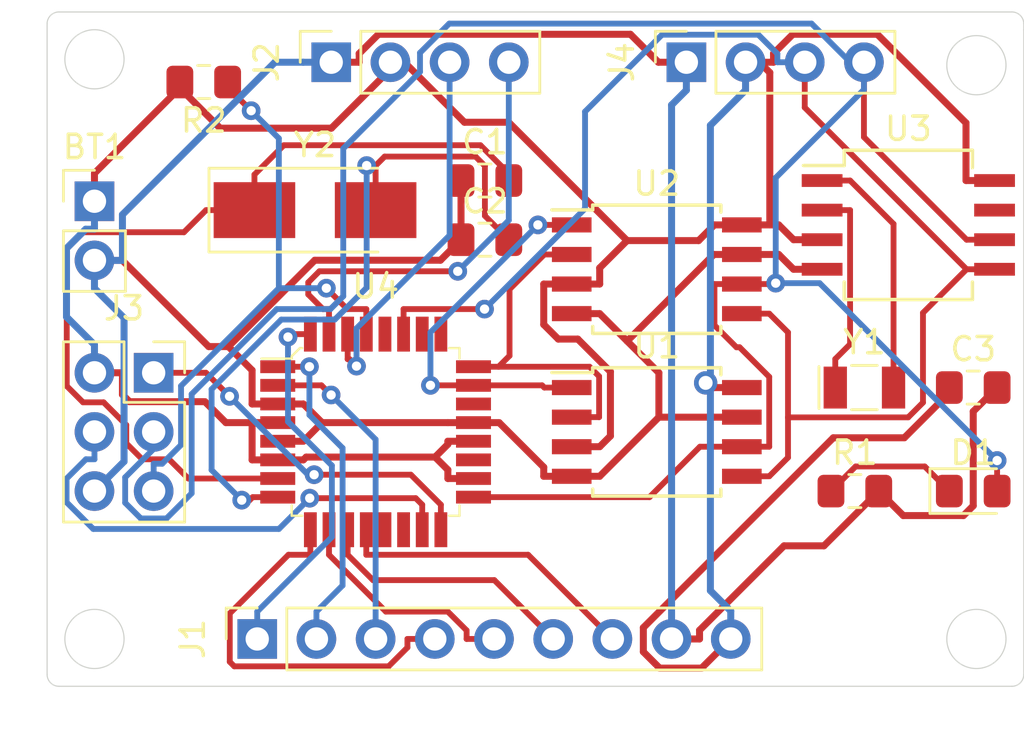
<source format=kicad_pcb>
(kicad_pcb (version 20171130) (host pcbnew "(5.1.5)-3")

  (general
    (thickness 1.6)
    (drawings 13)
    (tracks 369)
    (zones 0)
    (modules 17)
    (nets 32)
  )

  (page USLetter)
  (title_block
    (title "Arduino Clone")
    (date 2020-04-06)
    (rev v1)
    (company Falkon)
    (comment 1 "Adam Falkowski")
  )

  (layers
    (0 F.Cu signal)
    (31 B.Cu mixed)
    (32 B.Adhes user)
    (33 F.Adhes user)
    (34 B.Paste user)
    (35 F.Paste user)
    (36 B.SilkS user)
    (37 F.SilkS user)
    (38 B.Mask user)
    (39 F.Mask user)
    (40 Dwgs.User user)
    (41 Cmts.User user)
    (42 Eco1.User user)
    (43 Eco2.User user)
    (44 Edge.Cuts user)
    (45 Margin user)
    (46 B.CrtYd user)
    (47 F.CrtYd user)
    (48 B.Fab user)
    (49 F.Fab user)
  )

  (setup
    (last_trace_width 0.25)
    (user_trace_width 0.3)
    (trace_clearance 0.2)
    (zone_clearance 0.508)
    (zone_45_only no)
    (trace_min 0.2)
    (via_size 0.8)
    (via_drill 0.4)
    (via_min_size 0.4)
    (via_min_drill 0.3)
    (user_via 1 0.6)
    (uvia_size 0.3)
    (uvia_drill 0.1)
    (uvias_allowed no)
    (uvia_min_size 0.2)
    (uvia_min_drill 0.1)
    (edge_width 0.05)
    (segment_width 0.2)
    (pcb_text_width 0.3)
    (pcb_text_size 1.5 1.5)
    (mod_edge_width 0.12)
    (mod_text_size 1 1)
    (mod_text_width 0.15)
    (pad_size 1.524 1.524)
    (pad_drill 0.762)
    (pad_to_mask_clearance 0.051)
    (solder_mask_min_width 0.25)
    (aux_axis_origin 0 0)
    (visible_elements 7FFFFFFF)
    (pcbplotparams
      (layerselection 0x010fc_ffffffff)
      (usegerberextensions false)
      (usegerberattributes false)
      (usegerberadvancedattributes false)
      (creategerberjobfile false)
      (excludeedgelayer true)
      (linewidth 0.100000)
      (plotframeref false)
      (viasonmask false)
      (mode 1)
      (useauxorigin false)
      (hpglpennumber 1)
      (hpglpenspeed 20)
      (hpglpendiameter 15.000000)
      (psnegative false)
      (psa4output false)
      (plotreference true)
      (plotvalue true)
      (plotinvisibletext false)
      (padsonsilk false)
      (subtractmaskfromsilk false)
      (outputformat 1)
      (mirror false)
      (drillshape 1)
      (scaleselection 1)
      (outputdirectory ""))
  )

  (net 0 "")
  (net 1 /Vcc)
  (net 2 GNDPWR)
  (net 3 "Net-(C1-Pad2)")
  (net 4 "Net-(C2-Pad2)")
  (net 5 "Net-(D1-Pad1)")
  (net 6 /SCK)
  (net 7 /D2)
  (net 8 /D3)
  (net 9 /D4)
  (net 10 /D5)
  (net 11 /D6)
  (net 12 /D7)
  (net 13 /D8)
  (net 14 /Rx)
  (net 15 /Tx)
  (net 16 /MISO)
  (net 17 /MOSI)
  (net 18 /RESET)
  (net 19 /SDA)
  (net 20 /ADDS1)
  (net 21 /ADDS2)
  (net 22 "Net-(U3-Pad1)")
  (net 23 "Net-(U3-Pad2)")
  (net 24 "Net-(U3-Pad7)")
  (net 25 "Net-(U4-Pad13)")
  (net 26 "Net-(U4-Pad14)")
  (net 27 "Net-(U4-Pad19)")
  (net 28 "Net-(U4-Pad22)")
  (net 29 "Net-(U4-Pad25)")
  (net 30 "Net-(U4-Pad26)")
  (net 31 "Net-(U4-Pad28)")

  (net_class Default "This is the default net class."
    (clearance 0.2)
    (trace_width 0.25)
    (via_dia 0.8)
    (via_drill 0.4)
    (uvia_dia 0.3)
    (uvia_drill 0.1)
    (add_net /ADDS1)
    (add_net /ADDS2)
    (add_net /D2)
    (add_net /D3)
    (add_net /D4)
    (add_net /D5)
    (add_net /D6)
    (add_net /D7)
    (add_net /D8)
    (add_net /MISO)
    (add_net /MOSI)
    (add_net /RESET)
    (add_net /Rx)
    (add_net /SCK)
    (add_net /SDA)
    (add_net /Tx)
    (add_net "Net-(C1-Pad2)")
    (add_net "Net-(C2-Pad2)")
    (add_net "Net-(D1-Pad1)")
    (add_net "Net-(U3-Pad1)")
    (add_net "Net-(U3-Pad2)")
    (add_net "Net-(U3-Pad7)")
    (add_net "Net-(U4-Pad13)")
    (add_net "Net-(U4-Pad14)")
    (add_net "Net-(U4-Pad19)")
    (add_net "Net-(U4-Pad22)")
    (add_net "Net-(U4-Pad25)")
    (add_net "Net-(U4-Pad26)")
    (add_net "Net-(U4-Pad28)")
  )

  (net_class Power ""
    (clearance 0.2)
    (trace_width 0.3)
    (via_dia 1)
    (via_drill 0.6)
    (uvia_dia 0.3)
    (uvia_drill 0.1)
    (add_net /Vcc)
    (add_net GNDPWR)
  )

  (module Connector_PinHeader_2.54mm:PinHeader_1x02_P2.54mm_Vertical (layer F.Cu) (tedit 59FED5CC) (tstamp 5E8BCFF6)
    (at 85.09 86.614)
    (descr "Through hole straight pin header, 1x02, 2.54mm pitch, single row")
    (tags "Through hole pin header THT 1x02 2.54mm single row")
    (path /5E929089)
    (fp_text reference BT1 (at 0 -2.33) (layer F.SilkS)
      (effects (font (size 1 1) (thickness 0.15)))
    )
    (fp_text value "Battery 3V" (at 0 4.87) (layer F.Fab)
      (effects (font (size 1 1) (thickness 0.15)))
    )
    (fp_line (start -0.635 -1.27) (end 1.27 -1.27) (layer F.Fab) (width 0.1))
    (fp_line (start 1.27 -1.27) (end 1.27 3.81) (layer F.Fab) (width 0.1))
    (fp_line (start 1.27 3.81) (end -1.27 3.81) (layer F.Fab) (width 0.1))
    (fp_line (start -1.27 3.81) (end -1.27 -0.635) (layer F.Fab) (width 0.1))
    (fp_line (start -1.27 -0.635) (end -0.635 -1.27) (layer F.Fab) (width 0.1))
    (fp_line (start -1.33 3.87) (end 1.33 3.87) (layer F.SilkS) (width 0.12))
    (fp_line (start -1.33 1.27) (end -1.33 3.87) (layer F.SilkS) (width 0.12))
    (fp_line (start 1.33 1.27) (end 1.33 3.87) (layer F.SilkS) (width 0.12))
    (fp_line (start -1.33 1.27) (end 1.33 1.27) (layer F.SilkS) (width 0.12))
    (fp_line (start -1.33 0) (end -1.33 -1.33) (layer F.SilkS) (width 0.12))
    (fp_line (start -1.33 -1.33) (end 0 -1.33) (layer F.SilkS) (width 0.12))
    (fp_line (start -1.8 -1.8) (end -1.8 4.35) (layer F.CrtYd) (width 0.05))
    (fp_line (start -1.8 4.35) (end 1.8 4.35) (layer F.CrtYd) (width 0.05))
    (fp_line (start 1.8 4.35) (end 1.8 -1.8) (layer F.CrtYd) (width 0.05))
    (fp_line (start 1.8 -1.8) (end -1.8 -1.8) (layer F.CrtYd) (width 0.05))
    (fp_text user %R (at 0 1.27 90) (layer F.Fab)
      (effects (font (size 1 1) (thickness 0.15)))
    )
    (pad 1 thru_hole rect (at 0 0) (size 1.7 1.7) (drill 1) (layers *.Cu *.Mask)
      (net 1 /Vcc))
    (pad 2 thru_hole oval (at 0 2.54) (size 1.7 1.7) (drill 1) (layers *.Cu *.Mask)
      (net 2 GNDPWR))
    (model ${KISYS3DMOD}/Connector_PinHeader_2.54mm.3dshapes/PinHeader_1x02_P2.54mm_Vertical.wrl
      (at (xyz 0 0 0))
      (scale (xyz 1 1 1))
      (rotate (xyz 0 0 0))
    )
  )

  (module Capacitor_SMD:C_0805_2012Metric_Pad1.15x1.40mm_HandSolder (layer F.Cu) (tedit 5B36C52B) (tstamp 5E8BD007)
    (at 101.845 85.725)
    (descr "Capacitor SMD 0805 (2012 Metric), square (rectangular) end terminal, IPC_7351 nominal with elongated pad for handsoldering. (Body size source: https://docs.google.com/spreadsheets/d/1BsfQQcO9C6DZCsRaXUlFlo91Tg2WpOkGARC1WS5S8t0/edit?usp=sharing), generated with kicad-footprint-generator")
    (tags "capacitor handsolder")
    (path /5E8CCB16)
    (attr smd)
    (fp_text reference C1 (at 0 -1.65) (layer F.SilkS)
      (effects (font (size 1 1) (thickness 0.15)))
    )
    (fp_text value 22pF (at 0 1.65) (layer F.Fab)
      (effects (font (size 1 1) (thickness 0.15)))
    )
    (fp_line (start -1 0.6) (end -1 -0.6) (layer F.Fab) (width 0.1))
    (fp_line (start -1 -0.6) (end 1 -0.6) (layer F.Fab) (width 0.1))
    (fp_line (start 1 -0.6) (end 1 0.6) (layer F.Fab) (width 0.1))
    (fp_line (start 1 0.6) (end -1 0.6) (layer F.Fab) (width 0.1))
    (fp_line (start -0.261252 -0.71) (end 0.261252 -0.71) (layer F.SilkS) (width 0.12))
    (fp_line (start -0.261252 0.71) (end 0.261252 0.71) (layer F.SilkS) (width 0.12))
    (fp_line (start -1.85 0.95) (end -1.85 -0.95) (layer F.CrtYd) (width 0.05))
    (fp_line (start -1.85 -0.95) (end 1.85 -0.95) (layer F.CrtYd) (width 0.05))
    (fp_line (start 1.85 -0.95) (end 1.85 0.95) (layer F.CrtYd) (width 0.05))
    (fp_line (start 1.85 0.95) (end -1.85 0.95) (layer F.CrtYd) (width 0.05))
    (fp_text user %R (at 0 0) (layer F.Fab)
      (effects (font (size 0.5 0.5) (thickness 0.08)))
    )
    (pad 1 smd roundrect (at -1.025 0) (size 1.15 1.4) (layers F.Cu F.Paste F.Mask) (roundrect_rratio 0.217391)
      (net 2 GNDPWR))
    (pad 2 smd roundrect (at 1.025 0) (size 1.15 1.4) (layers F.Cu F.Paste F.Mask) (roundrect_rratio 0.217391)
      (net 3 "Net-(C1-Pad2)"))
    (model ${KISYS3DMOD}/Capacitor_SMD.3dshapes/C_0805_2012Metric.wrl
      (at (xyz 0 0 0))
      (scale (xyz 1 1 1))
      (rotate (xyz 0 0 0))
    )
  )

  (module Capacitor_SMD:C_0805_2012Metric_Pad1.15x1.40mm_HandSolder (layer F.Cu) (tedit 5B36C52B) (tstamp 5E8BD018)
    (at 101.845 88.265)
    (descr "Capacitor SMD 0805 (2012 Metric), square (rectangular) end terminal, IPC_7351 nominal with elongated pad for handsoldering. (Body size source: https://docs.google.com/spreadsheets/d/1BsfQQcO9C6DZCsRaXUlFlo91Tg2WpOkGARC1WS5S8t0/edit?usp=sharing), generated with kicad-footprint-generator")
    (tags "capacitor handsolder")
    (path /5E8CD3D9)
    (attr smd)
    (fp_text reference C2 (at 0 -1.65) (layer F.SilkS)
      (effects (font (size 1 1) (thickness 0.15)))
    )
    (fp_text value 22pF (at 0 1.65) (layer F.Fab)
      (effects (font (size 1 1) (thickness 0.15)))
    )
    (fp_text user %R (at 0 0) (layer F.Fab)
      (effects (font (size 0.5 0.5) (thickness 0.08)))
    )
    (fp_line (start 1.85 0.95) (end -1.85 0.95) (layer F.CrtYd) (width 0.05))
    (fp_line (start 1.85 -0.95) (end 1.85 0.95) (layer F.CrtYd) (width 0.05))
    (fp_line (start -1.85 -0.95) (end 1.85 -0.95) (layer F.CrtYd) (width 0.05))
    (fp_line (start -1.85 0.95) (end -1.85 -0.95) (layer F.CrtYd) (width 0.05))
    (fp_line (start -0.261252 0.71) (end 0.261252 0.71) (layer F.SilkS) (width 0.12))
    (fp_line (start -0.261252 -0.71) (end 0.261252 -0.71) (layer F.SilkS) (width 0.12))
    (fp_line (start 1 0.6) (end -1 0.6) (layer F.Fab) (width 0.1))
    (fp_line (start 1 -0.6) (end 1 0.6) (layer F.Fab) (width 0.1))
    (fp_line (start -1 -0.6) (end 1 -0.6) (layer F.Fab) (width 0.1))
    (fp_line (start -1 0.6) (end -1 -0.6) (layer F.Fab) (width 0.1))
    (pad 2 smd roundrect (at 1.025 0) (size 1.15 1.4) (layers F.Cu F.Paste F.Mask) (roundrect_rratio 0.217391)
      (net 4 "Net-(C2-Pad2)"))
    (pad 1 smd roundrect (at -1.025 0) (size 1.15 1.4) (layers F.Cu F.Paste F.Mask) (roundrect_rratio 0.217391)
      (net 2 GNDPWR))
    (model ${KISYS3DMOD}/Capacitor_SMD.3dshapes/C_0805_2012Metric.wrl
      (at (xyz 0 0 0))
      (scale (xyz 1 1 1))
      (rotate (xyz 0 0 0))
    )
  )

  (module Capacitor_SMD:C_0805_2012Metric_Pad1.15x1.40mm_HandSolder (layer F.Cu) (tedit 5B36C52B) (tstamp 5E8BD029)
    (at 122.8 94.615)
    (descr "Capacitor SMD 0805 (2012 Metric), square (rectangular) end terminal, IPC_7351 nominal with elongated pad for handsoldering. (Body size source: https://docs.google.com/spreadsheets/d/1BsfQQcO9C6DZCsRaXUlFlo91Tg2WpOkGARC1WS5S8t0/edit?usp=sharing), generated with kicad-footprint-generator")
    (tags "capacitor handsolder")
    (path /5E928BB4)
    (attr smd)
    (fp_text reference C3 (at 0 -1.65) (layer F.SilkS)
      (effects (font (size 1 1) (thickness 0.15)))
    )
    (fp_text value 10uF (at 0 1.65) (layer F.Fab)
      (effects (font (size 1 1) (thickness 0.15)))
    )
    (fp_line (start -1 0.6) (end -1 -0.6) (layer F.Fab) (width 0.1))
    (fp_line (start -1 -0.6) (end 1 -0.6) (layer F.Fab) (width 0.1))
    (fp_line (start 1 -0.6) (end 1 0.6) (layer F.Fab) (width 0.1))
    (fp_line (start 1 0.6) (end -1 0.6) (layer F.Fab) (width 0.1))
    (fp_line (start -0.261252 -0.71) (end 0.261252 -0.71) (layer F.SilkS) (width 0.12))
    (fp_line (start -0.261252 0.71) (end 0.261252 0.71) (layer F.SilkS) (width 0.12))
    (fp_line (start -1.85 0.95) (end -1.85 -0.95) (layer F.CrtYd) (width 0.05))
    (fp_line (start -1.85 -0.95) (end 1.85 -0.95) (layer F.CrtYd) (width 0.05))
    (fp_line (start 1.85 -0.95) (end 1.85 0.95) (layer F.CrtYd) (width 0.05))
    (fp_line (start 1.85 0.95) (end -1.85 0.95) (layer F.CrtYd) (width 0.05))
    (fp_text user %R (at 0 0) (layer F.Fab)
      (effects (font (size 0.5 0.5) (thickness 0.08)))
    )
    (pad 1 smd roundrect (at -1.025 0) (size 1.15 1.4) (layers F.Cu F.Paste F.Mask) (roundrect_rratio 0.217391)
      (net 1 /Vcc))
    (pad 2 smd roundrect (at 1.025 0) (size 1.15 1.4) (layers F.Cu F.Paste F.Mask) (roundrect_rratio 0.217391)
      (net 2 GNDPWR))
    (model ${KISYS3DMOD}/Capacitor_SMD.3dshapes/C_0805_2012Metric.wrl
      (at (xyz 0 0 0))
      (scale (xyz 1 1 1))
      (rotate (xyz 0 0 0))
    )
  )

  (module LED_SMD:LED_0805_2012Metric_Pad1.15x1.40mm_HandSolder (layer F.Cu) (tedit 5B4B45C9) (tstamp 5E8BD03C)
    (at 122.8 99.06)
    (descr "LED SMD 0805 (2012 Metric), square (rectangular) end terminal, IPC_7351 nominal, (Body size source: https://docs.google.com/spreadsheets/d/1BsfQQcO9C6DZCsRaXUlFlo91Tg2WpOkGARC1WS5S8t0/edit?usp=sharing), generated with kicad-footprint-generator")
    (tags "LED handsolder")
    (path /5E8CE1F4)
    (attr smd)
    (fp_text reference D1 (at 0 -1.65) (layer F.SilkS)
      (effects (font (size 1 1) (thickness 0.15)))
    )
    (fp_text value LED (at 0 1.65) (layer F.Fab)
      (effects (font (size 1 1) (thickness 0.15)))
    )
    (fp_line (start 1 -0.6) (end -0.7 -0.6) (layer F.Fab) (width 0.1))
    (fp_line (start -0.7 -0.6) (end -1 -0.3) (layer F.Fab) (width 0.1))
    (fp_line (start -1 -0.3) (end -1 0.6) (layer F.Fab) (width 0.1))
    (fp_line (start -1 0.6) (end 1 0.6) (layer F.Fab) (width 0.1))
    (fp_line (start 1 0.6) (end 1 -0.6) (layer F.Fab) (width 0.1))
    (fp_line (start 1 -0.96) (end -1.86 -0.96) (layer F.SilkS) (width 0.12))
    (fp_line (start -1.86 -0.96) (end -1.86 0.96) (layer F.SilkS) (width 0.12))
    (fp_line (start -1.86 0.96) (end 1 0.96) (layer F.SilkS) (width 0.12))
    (fp_line (start -1.85 0.95) (end -1.85 -0.95) (layer F.CrtYd) (width 0.05))
    (fp_line (start -1.85 -0.95) (end 1.85 -0.95) (layer F.CrtYd) (width 0.05))
    (fp_line (start 1.85 -0.95) (end 1.85 0.95) (layer F.CrtYd) (width 0.05))
    (fp_line (start 1.85 0.95) (end -1.85 0.95) (layer F.CrtYd) (width 0.05))
    (fp_text user %R (at 0 0) (layer F.Fab)
      (effects (font (size 0.5 0.5) (thickness 0.08)))
    )
    (pad 1 smd roundrect (at -1.025 0) (size 1.15 1.4) (layers F.Cu F.Paste F.Mask) (roundrect_rratio 0.217391)
      (net 5 "Net-(D1-Pad1)"))
    (pad 2 smd roundrect (at 1.025 0) (size 1.15 1.4) (layers F.Cu F.Paste F.Mask) (roundrect_rratio 0.217391)
      (net 6 /SCK))
    (model ${KISYS3DMOD}/LED_SMD.3dshapes/LED_0805_2012Metric.wrl
      (at (xyz 0 0 0))
      (scale (xyz 1 1 1))
      (rotate (xyz 0 0 0))
    )
  )

  (module Connector_PinSocket_2.54mm:PinSocket_1x09_P2.54mm_Vertical (layer F.Cu) (tedit 5A19A431) (tstamp 5E8BD059)
    (at 92.075 105.41 90)
    (descr "Through hole straight socket strip, 1x09, 2.54mm pitch, single row (from Kicad 4.0.7), script generated")
    (tags "Through hole socket strip THT 1x09 2.54mm single row")
    (path /5E8D09E0/5E8D1351)
    (fp_text reference J1 (at 0 -2.77 90) (layer F.SilkS)
      (effects (font (size 1 1) (thickness 0.15)))
    )
    (fp_text value "Digital Pins" (at 0 23.09 90) (layer F.Fab)
      (effects (font (size 1 1) (thickness 0.15)))
    )
    (fp_line (start -1.27 -1.27) (end 0.635 -1.27) (layer F.Fab) (width 0.1))
    (fp_line (start 0.635 -1.27) (end 1.27 -0.635) (layer F.Fab) (width 0.1))
    (fp_line (start 1.27 -0.635) (end 1.27 21.59) (layer F.Fab) (width 0.1))
    (fp_line (start 1.27 21.59) (end -1.27 21.59) (layer F.Fab) (width 0.1))
    (fp_line (start -1.27 21.59) (end -1.27 -1.27) (layer F.Fab) (width 0.1))
    (fp_line (start -1.33 1.27) (end 1.33 1.27) (layer F.SilkS) (width 0.12))
    (fp_line (start -1.33 1.27) (end -1.33 21.65) (layer F.SilkS) (width 0.12))
    (fp_line (start -1.33 21.65) (end 1.33 21.65) (layer F.SilkS) (width 0.12))
    (fp_line (start 1.33 1.27) (end 1.33 21.65) (layer F.SilkS) (width 0.12))
    (fp_line (start 1.33 -1.33) (end 1.33 0) (layer F.SilkS) (width 0.12))
    (fp_line (start 0 -1.33) (end 1.33 -1.33) (layer F.SilkS) (width 0.12))
    (fp_line (start -1.8 -1.8) (end 1.75 -1.8) (layer F.CrtYd) (width 0.05))
    (fp_line (start 1.75 -1.8) (end 1.75 22.1) (layer F.CrtYd) (width 0.05))
    (fp_line (start 1.75 22.1) (end -1.8 22.1) (layer F.CrtYd) (width 0.05))
    (fp_line (start -1.8 22.1) (end -1.8 -1.8) (layer F.CrtYd) (width 0.05))
    (fp_text user %R (at 0 10.16) (layer F.Fab)
      (effects (font (size 1 1) (thickness 0.15)))
    )
    (pad 1 thru_hole rect (at 0 0 90) (size 1.7 1.7) (drill 1) (layers *.Cu *.Mask)
      (net 7 /D2))
    (pad 2 thru_hole oval (at 0 2.54 90) (size 1.7 1.7) (drill 1) (layers *.Cu *.Mask)
      (net 8 /D3))
    (pad 3 thru_hole oval (at 0 5.08 90) (size 1.7 1.7) (drill 1) (layers *.Cu *.Mask)
      (net 9 /D4))
    (pad 4 thru_hole oval (at 0 7.62 90) (size 1.7 1.7) (drill 1) (layers *.Cu *.Mask)
      (net 10 /D5))
    (pad 5 thru_hole oval (at 0 10.16 90) (size 1.7 1.7) (drill 1) (layers *.Cu *.Mask)
      (net 11 /D6))
    (pad 6 thru_hole oval (at 0 12.7 90) (size 1.7 1.7) (drill 1) (layers *.Cu *.Mask)
      (net 12 /D7))
    (pad 7 thru_hole oval (at 0 15.24 90) (size 1.7 1.7) (drill 1) (layers *.Cu *.Mask)
      (net 13 /D8))
    (pad 8 thru_hole oval (at 0 17.78 90) (size 1.7 1.7) (drill 1) (layers *.Cu *.Mask)
      (net 2 GNDPWR))
    (pad 9 thru_hole oval (at 0 20.32 90) (size 1.7 1.7) (drill 1) (layers *.Cu *.Mask)
      (net 1 /Vcc))
    (model ${KISYS3DMOD}/Connector_PinSocket_2.54mm.3dshapes/PinSocket_1x09_P2.54mm_Vertical.wrl
      (at (xyz 0 0 0))
      (scale (xyz 1 1 1))
      (rotate (xyz 0 0 0))
    )
  )

  (module Connector_PinSocket_2.54mm:PinSocket_1x04_P2.54mm_Vertical (layer F.Cu) (tedit 5A19A429) (tstamp 5E8BD071)
    (at 95.25 80.645 90)
    (descr "Through hole straight socket strip, 1x04, 2.54mm pitch, single row (from Kicad 4.0.7), script generated")
    (tags "Through hole socket strip THT 1x04 2.54mm single row")
    (path /5E8D09E0/5E8D3C74)
    (fp_text reference J2 (at 0 -2.77 90) (layer F.SilkS)
      (effects (font (size 1 1) (thickness 0.15)))
    )
    (fp_text value "Serial " (at 0 10.39 90) (layer F.Fab)
      (effects (font (size 1 1) (thickness 0.15)))
    )
    (fp_line (start -1.27 -1.27) (end 0.635 -1.27) (layer F.Fab) (width 0.1))
    (fp_line (start 0.635 -1.27) (end 1.27 -0.635) (layer F.Fab) (width 0.1))
    (fp_line (start 1.27 -0.635) (end 1.27 8.89) (layer F.Fab) (width 0.1))
    (fp_line (start 1.27 8.89) (end -1.27 8.89) (layer F.Fab) (width 0.1))
    (fp_line (start -1.27 8.89) (end -1.27 -1.27) (layer F.Fab) (width 0.1))
    (fp_line (start -1.33 1.27) (end 1.33 1.27) (layer F.SilkS) (width 0.12))
    (fp_line (start -1.33 1.27) (end -1.33 8.95) (layer F.SilkS) (width 0.12))
    (fp_line (start -1.33 8.95) (end 1.33 8.95) (layer F.SilkS) (width 0.12))
    (fp_line (start 1.33 1.27) (end 1.33 8.95) (layer F.SilkS) (width 0.12))
    (fp_line (start 1.33 -1.33) (end 1.33 0) (layer F.SilkS) (width 0.12))
    (fp_line (start 0 -1.33) (end 1.33 -1.33) (layer F.SilkS) (width 0.12))
    (fp_line (start -1.8 -1.8) (end 1.75 -1.8) (layer F.CrtYd) (width 0.05))
    (fp_line (start 1.75 -1.8) (end 1.75 9.4) (layer F.CrtYd) (width 0.05))
    (fp_line (start 1.75 9.4) (end -1.8 9.4) (layer F.CrtYd) (width 0.05))
    (fp_line (start -1.8 9.4) (end -1.8 -1.8) (layer F.CrtYd) (width 0.05))
    (fp_text user %R (at 0 3.81) (layer F.Fab)
      (effects (font (size 1 1) (thickness 0.15)))
    )
    (pad 1 thru_hole rect (at 0 0 90) (size 1.7 1.7) (drill 1) (layers *.Cu *.Mask)
      (net 2 GNDPWR))
    (pad 2 thru_hole oval (at 0 2.54 90) (size 1.7 1.7) (drill 1) (layers *.Cu *.Mask)
      (net 1 /Vcc))
    (pad 3 thru_hole oval (at 0 5.08 90) (size 1.7 1.7) (drill 1) (layers *.Cu *.Mask)
      (net 14 /Rx))
    (pad 4 thru_hole oval (at 0 7.62 90) (size 1.7 1.7) (drill 1) (layers *.Cu *.Mask)
      (net 15 /Tx))
    (model ${KISYS3DMOD}/Connector_PinSocket_2.54mm.3dshapes/PinSocket_1x04_P2.54mm_Vertical.wrl
      (at (xyz 0 0 0))
      (scale (xyz 1 1 1))
      (rotate (xyz 0 0 0))
    )
  )

  (module Connector_PinSocket_2.54mm:PinSocket_2x03_P2.54mm_Vertical (layer F.Cu) (tedit 5A19A425) (tstamp 5E8BD08D)
    (at 87.63 93.98)
    (descr "Through hole straight socket strip, 2x03, 2.54mm pitch, double cols (from Kicad 4.0.7), script generated")
    (tags "Through hole socket strip THT 2x03 2.54mm double row")
    (path /5E8D09E0/5E8D3116)
    (fp_text reference J3 (at -1.27 -2.77) (layer F.SilkS)
      (effects (font (size 1 1) (thickness 0.15)))
    )
    (fp_text value ICSP (at -1.27 7.85) (layer F.Fab)
      (effects (font (size 1 1) (thickness 0.15)))
    )
    (fp_line (start -3.81 -1.27) (end 0.27 -1.27) (layer F.Fab) (width 0.1))
    (fp_line (start 0.27 -1.27) (end 1.27 -0.27) (layer F.Fab) (width 0.1))
    (fp_line (start 1.27 -0.27) (end 1.27 6.35) (layer F.Fab) (width 0.1))
    (fp_line (start 1.27 6.35) (end -3.81 6.35) (layer F.Fab) (width 0.1))
    (fp_line (start -3.81 6.35) (end -3.81 -1.27) (layer F.Fab) (width 0.1))
    (fp_line (start -3.87 -1.33) (end -1.27 -1.33) (layer F.SilkS) (width 0.12))
    (fp_line (start -3.87 -1.33) (end -3.87 6.41) (layer F.SilkS) (width 0.12))
    (fp_line (start -3.87 6.41) (end 1.33 6.41) (layer F.SilkS) (width 0.12))
    (fp_line (start 1.33 1.27) (end 1.33 6.41) (layer F.SilkS) (width 0.12))
    (fp_line (start -1.27 1.27) (end 1.33 1.27) (layer F.SilkS) (width 0.12))
    (fp_line (start -1.27 -1.33) (end -1.27 1.27) (layer F.SilkS) (width 0.12))
    (fp_line (start 1.33 -1.33) (end 1.33 0) (layer F.SilkS) (width 0.12))
    (fp_line (start 0 -1.33) (end 1.33 -1.33) (layer F.SilkS) (width 0.12))
    (fp_line (start -4.34 -1.8) (end 1.76 -1.8) (layer F.CrtYd) (width 0.05))
    (fp_line (start 1.76 -1.8) (end 1.76 6.85) (layer F.CrtYd) (width 0.05))
    (fp_line (start 1.76 6.85) (end -4.34 6.85) (layer F.CrtYd) (width 0.05))
    (fp_line (start -4.34 6.85) (end -4.34 -1.8) (layer F.CrtYd) (width 0.05))
    (fp_text user %R (at -1.27 2.54 90) (layer F.Fab)
      (effects (font (size 1 1) (thickness 0.15)))
    )
    (pad 1 thru_hole rect (at 0 0) (size 1.7 1.7) (drill 1) (layers *.Cu *.Mask)
      (net 16 /MISO))
    (pad 2 thru_hole oval (at -2.54 0) (size 1.7 1.7) (drill 1) (layers *.Cu *.Mask)
      (net 1 /Vcc))
    (pad 3 thru_hole oval (at 0 2.54) (size 1.7 1.7) (drill 1) (layers *.Cu *.Mask)
      (net 6 /SCK))
    (pad 4 thru_hole oval (at -2.54 2.54) (size 1.7 1.7) (drill 1) (layers *.Cu *.Mask)
      (net 17 /MOSI))
    (pad 5 thru_hole oval (at 0 5.08) (size 1.7 1.7) (drill 1) (layers *.Cu *.Mask)
      (net 18 /RESET))
    (pad 6 thru_hole oval (at -2.54 5.08) (size 1.7 1.7) (drill 1) (layers *.Cu *.Mask)
      (net 2 GNDPWR))
    (model ${KISYS3DMOD}/Connector_PinSocket_2.54mm.3dshapes/PinSocket_2x03_P2.54mm_Vertical.wrl
      (at (xyz 0 0 0))
      (scale (xyz 1 1 1))
      (rotate (xyz 0 0 0))
    )
  )

  (module Connector_PinSocket_2.54mm:PinSocket_1x04_P2.54mm_Vertical (layer F.Cu) (tedit 5A19A429) (tstamp 5E8BD0A5)
    (at 110.49 80.645 90)
    (descr "Through hole straight socket strip, 1x04, 2.54mm pitch, single row (from Kicad 4.0.7), script generated")
    (tags "Through hole socket strip THT 1x04 2.54mm single row")
    (path /5E8D09E0/5E8D218F)
    (fp_text reference J4 (at 0 -2.77 90) (layer F.SilkS)
      (effects (font (size 1 1) (thickness 0.15)))
    )
    (fp_text value I2C (at 0 10.39 90) (layer F.Fab)
      (effects (font (size 1 1) (thickness 0.15)))
    )
    (fp_text user %R (at 0 3.81) (layer F.Fab)
      (effects (font (size 1 1) (thickness 0.15)))
    )
    (fp_line (start -1.8 9.4) (end -1.8 -1.8) (layer F.CrtYd) (width 0.05))
    (fp_line (start 1.75 9.4) (end -1.8 9.4) (layer F.CrtYd) (width 0.05))
    (fp_line (start 1.75 -1.8) (end 1.75 9.4) (layer F.CrtYd) (width 0.05))
    (fp_line (start -1.8 -1.8) (end 1.75 -1.8) (layer F.CrtYd) (width 0.05))
    (fp_line (start 0 -1.33) (end 1.33 -1.33) (layer F.SilkS) (width 0.12))
    (fp_line (start 1.33 -1.33) (end 1.33 0) (layer F.SilkS) (width 0.12))
    (fp_line (start 1.33 1.27) (end 1.33 8.95) (layer F.SilkS) (width 0.12))
    (fp_line (start -1.33 8.95) (end 1.33 8.95) (layer F.SilkS) (width 0.12))
    (fp_line (start -1.33 1.27) (end -1.33 8.95) (layer F.SilkS) (width 0.12))
    (fp_line (start -1.33 1.27) (end 1.33 1.27) (layer F.SilkS) (width 0.12))
    (fp_line (start -1.27 8.89) (end -1.27 -1.27) (layer F.Fab) (width 0.1))
    (fp_line (start 1.27 8.89) (end -1.27 8.89) (layer F.Fab) (width 0.1))
    (fp_line (start 1.27 -0.635) (end 1.27 8.89) (layer F.Fab) (width 0.1))
    (fp_line (start 0.635 -1.27) (end 1.27 -0.635) (layer F.Fab) (width 0.1))
    (fp_line (start -1.27 -1.27) (end 0.635 -1.27) (layer F.Fab) (width 0.1))
    (pad 4 thru_hole oval (at 0 7.62 90) (size 1.7 1.7) (drill 1) (layers *.Cu *.Mask)
      (net 6 /SCK))
    (pad 3 thru_hole oval (at 0 5.08 90) (size 1.7 1.7) (drill 1) (layers *.Cu *.Mask)
      (net 19 /SDA))
    (pad 2 thru_hole oval (at 0 2.54 90) (size 1.7 1.7) (drill 1) (layers *.Cu *.Mask)
      (net 1 /Vcc))
    (pad 1 thru_hole rect (at 0 0 90) (size 1.7 1.7) (drill 1) (layers *.Cu *.Mask)
      (net 2 GNDPWR))
    (model ${KISYS3DMOD}/Connector_PinSocket_2.54mm.3dshapes/PinSocket_1x04_P2.54mm_Vertical.wrl
      (at (xyz 0 0 0))
      (scale (xyz 1 1 1))
      (rotate (xyz 0 0 0))
    )
  )

  (module Resistor_SMD:R_0805_2012Metric_Pad1.15x1.40mm_HandSolder (layer F.Cu) (tedit 5B36C52B) (tstamp 5E8BD0B6)
    (at 117.72 99.06)
    (descr "Resistor SMD 0805 (2012 Metric), square (rectangular) end terminal, IPC_7351 nominal with elongated pad for handsoldering. (Body size source: https://docs.google.com/spreadsheets/d/1BsfQQcO9C6DZCsRaXUlFlo91Tg2WpOkGARC1WS5S8t0/edit?usp=sharing), generated with kicad-footprint-generator")
    (tags "resistor handsolder")
    (path /5E8CECF6)
    (attr smd)
    (fp_text reference R1 (at 0 -1.65) (layer F.SilkS)
      (effects (font (size 1 1) (thickness 0.15)))
    )
    (fp_text value 330Ohms (at 0 1.65) (layer F.Fab)
      (effects (font (size 1 1) (thickness 0.15)))
    )
    (fp_line (start -1 0.6) (end -1 -0.6) (layer F.Fab) (width 0.1))
    (fp_line (start -1 -0.6) (end 1 -0.6) (layer F.Fab) (width 0.1))
    (fp_line (start 1 -0.6) (end 1 0.6) (layer F.Fab) (width 0.1))
    (fp_line (start 1 0.6) (end -1 0.6) (layer F.Fab) (width 0.1))
    (fp_line (start -0.261252 -0.71) (end 0.261252 -0.71) (layer F.SilkS) (width 0.12))
    (fp_line (start -0.261252 0.71) (end 0.261252 0.71) (layer F.SilkS) (width 0.12))
    (fp_line (start -1.85 0.95) (end -1.85 -0.95) (layer F.CrtYd) (width 0.05))
    (fp_line (start -1.85 -0.95) (end 1.85 -0.95) (layer F.CrtYd) (width 0.05))
    (fp_line (start 1.85 -0.95) (end 1.85 0.95) (layer F.CrtYd) (width 0.05))
    (fp_line (start 1.85 0.95) (end -1.85 0.95) (layer F.CrtYd) (width 0.05))
    (fp_text user %R (at 0 0) (layer F.Fab)
      (effects (font (size 0.5 0.5) (thickness 0.08)))
    )
    (pad 1 smd roundrect (at -1.025 0) (size 1.15 1.4) (layers F.Cu F.Paste F.Mask) (roundrect_rratio 0.217391)
      (net 5 "Net-(D1-Pad1)"))
    (pad 2 smd roundrect (at 1.025 0) (size 1.15 1.4) (layers F.Cu F.Paste F.Mask) (roundrect_rratio 0.217391)
      (net 2 GNDPWR))
    (model ${KISYS3DMOD}/Resistor_SMD.3dshapes/R_0805_2012Metric.wrl
      (at (xyz 0 0 0))
      (scale (xyz 1 1 1))
      (rotate (xyz 0 0 0))
    )
  )

  (module Resistor_SMD:R_0805_2012Metric_Pad1.15x1.40mm_HandSolder (layer F.Cu) (tedit 5B36C52B) (tstamp 5E8BD0C7)
    (at 89.78 81.495 180)
    (descr "Resistor SMD 0805 (2012 Metric), square (rectangular) end terminal, IPC_7351 nominal with elongated pad for handsoldering. (Body size source: https://docs.google.com/spreadsheets/d/1BsfQQcO9C6DZCsRaXUlFlo91Tg2WpOkGARC1WS5S8t0/edit?usp=sharing), generated with kicad-footprint-generator")
    (tags "resistor handsolder")
    (path /5E8CF356)
    (attr smd)
    (fp_text reference R2 (at 0 -1.65) (layer F.SilkS)
      (effects (font (size 1 1) (thickness 0.15)))
    )
    (fp_text value 10kOhms (at 0 1.65) (layer F.Fab)
      (effects (font (size 1 1) (thickness 0.15)))
    )
    (fp_text user %R (at 0 0) (layer F.Fab)
      (effects (font (size 0.5 0.5) (thickness 0.08)))
    )
    (fp_line (start 1.85 0.95) (end -1.85 0.95) (layer F.CrtYd) (width 0.05))
    (fp_line (start 1.85 -0.95) (end 1.85 0.95) (layer F.CrtYd) (width 0.05))
    (fp_line (start -1.85 -0.95) (end 1.85 -0.95) (layer F.CrtYd) (width 0.05))
    (fp_line (start -1.85 0.95) (end -1.85 -0.95) (layer F.CrtYd) (width 0.05))
    (fp_line (start -0.261252 0.71) (end 0.261252 0.71) (layer F.SilkS) (width 0.12))
    (fp_line (start -0.261252 -0.71) (end 0.261252 -0.71) (layer F.SilkS) (width 0.12))
    (fp_line (start 1 0.6) (end -1 0.6) (layer F.Fab) (width 0.1))
    (fp_line (start 1 -0.6) (end 1 0.6) (layer F.Fab) (width 0.1))
    (fp_line (start -1 -0.6) (end 1 -0.6) (layer F.Fab) (width 0.1))
    (fp_line (start -1 0.6) (end -1 -0.6) (layer F.Fab) (width 0.1))
    (pad 2 smd roundrect (at 1.025 0 180) (size 1.15 1.4) (layers F.Cu F.Paste F.Mask) (roundrect_rratio 0.217391)
      (net 1 /Vcc))
    (pad 1 smd roundrect (at -1.025 0 180) (size 1.15 1.4) (layers F.Cu F.Paste F.Mask) (roundrect_rratio 0.217391)
      (net 18 /RESET))
    (model ${KISYS3DMOD}/Resistor_SMD.3dshapes/R_0805_2012Metric.wrl
      (at (xyz 0 0 0))
      (scale (xyz 1 1 1))
      (rotate (xyz 0 0 0))
    )
  )

  (module Package_SO:SOIJ-8_5.3x5.3mm_P1.27mm (layer F.Cu) (tedit 5A02F2D3) (tstamp 5E8BD0E4)
    (at 109.22 96.52)
    (descr "8-Lead Plastic Small Outline (SM) - Medium, 5.28 mm Body [SOIC] (see Microchip Packaging Specification 00000049BS.pdf)")
    (tags "SOIC 1.27")
    (path /5E8CF87B)
    (attr smd)
    (fp_text reference U1 (at 0 -3.68) (layer F.SilkS)
      (effects (font (size 1 1) (thickness 0.15)))
    )
    (fp_text value 24LC1025 (at 0 3.68) (layer F.Fab)
      (effects (font (size 1 1) (thickness 0.15)))
    )
    (fp_text user %R (at 0 0) (layer F.Fab)
      (effects (font (size 1 1) (thickness 0.15)))
    )
    (fp_line (start -1.65 -2.65) (end 2.65 -2.65) (layer F.Fab) (width 0.15))
    (fp_line (start 2.65 -2.65) (end 2.65 2.65) (layer F.Fab) (width 0.15))
    (fp_line (start 2.65 2.65) (end -2.65 2.65) (layer F.Fab) (width 0.15))
    (fp_line (start -2.65 2.65) (end -2.65 -1.65) (layer F.Fab) (width 0.15))
    (fp_line (start -2.65 -1.65) (end -1.65 -2.65) (layer F.Fab) (width 0.15))
    (fp_line (start -4.75 -2.95) (end -4.75 2.95) (layer F.CrtYd) (width 0.05))
    (fp_line (start 4.75 -2.95) (end 4.75 2.95) (layer F.CrtYd) (width 0.05))
    (fp_line (start -4.75 -2.95) (end 4.75 -2.95) (layer F.CrtYd) (width 0.05))
    (fp_line (start -4.75 2.95) (end 4.75 2.95) (layer F.CrtYd) (width 0.05))
    (fp_line (start -2.75 -2.755) (end -2.75 -2.55) (layer F.SilkS) (width 0.15))
    (fp_line (start 2.75 -2.755) (end 2.75 -2.455) (layer F.SilkS) (width 0.15))
    (fp_line (start 2.75 2.755) (end 2.75 2.455) (layer F.SilkS) (width 0.15))
    (fp_line (start -2.75 2.755) (end -2.75 2.455) (layer F.SilkS) (width 0.15))
    (fp_line (start -2.75 -2.755) (end 2.75 -2.755) (layer F.SilkS) (width 0.15))
    (fp_line (start -2.75 2.755) (end 2.75 2.755) (layer F.SilkS) (width 0.15))
    (fp_line (start -2.75 -2.55) (end -4.5 -2.55) (layer F.SilkS) (width 0.15))
    (pad 1 smd rect (at -3.65 -1.905) (size 1.7 0.65) (layers F.Cu F.Paste F.Mask)
      (net 20 /ADDS1))
    (pad 2 smd rect (at -3.65 -0.635) (size 1.7 0.65) (layers F.Cu F.Paste F.Mask)
      (net 21 /ADDS2))
    (pad 3 smd rect (at -3.65 0.635) (size 1.7 0.65) (layers F.Cu F.Paste F.Mask)
      (net 1 /Vcc))
    (pad 4 smd rect (at -3.65 1.905) (size 1.7 0.65) (layers F.Cu F.Paste F.Mask)
      (net 2 GNDPWR))
    (pad 5 smd rect (at 3.65 1.905) (size 1.7 0.65) (layers F.Cu F.Paste F.Mask)
      (net 19 /SDA))
    (pad 6 smd rect (at 3.65 0.635) (size 1.7 0.65) (layers F.Cu F.Paste F.Mask)
      (net 6 /SCK))
    (pad 7 smd rect (at 3.65 -0.635) (size 1.7 0.65) (layers F.Cu F.Paste F.Mask)
      (net 2 GNDPWR))
    (pad 8 smd rect (at 3.65 -1.905) (size 1.7 0.65) (layers F.Cu F.Paste F.Mask)
      (net 1 /Vcc))
    (model ${KISYS3DMOD}/Package_SO.3dshapes/SOIJ-8_5.3x5.3mm_P1.27mm.wrl
      (at (xyz 0 0 0))
      (scale (xyz 1 1 1))
      (rotate (xyz 0 0 0))
    )
  )

  (module Package_SO:SOIJ-8_5.3x5.3mm_P1.27mm (layer F.Cu) (tedit 5A02F2D3) (tstamp 5E8BD101)
    (at 109.22 89.535)
    (descr "8-Lead Plastic Small Outline (SM) - Medium, 5.28 mm Body [SOIC] (see Microchip Packaging Specification 00000049BS.pdf)")
    (tags "SOIC 1.27")
    (path /5E8E407A)
    (attr smd)
    (fp_text reference U2 (at 0 -3.68) (layer F.SilkS)
      (effects (font (size 1 1) (thickness 0.15)))
    )
    (fp_text value 24LC1025 (at 0 3.68) (layer F.Fab)
      (effects (font (size 1 1) (thickness 0.15)))
    )
    (fp_line (start -2.75 -2.55) (end -4.5 -2.55) (layer F.SilkS) (width 0.15))
    (fp_line (start -2.75 2.755) (end 2.75 2.755) (layer F.SilkS) (width 0.15))
    (fp_line (start -2.75 -2.755) (end 2.75 -2.755) (layer F.SilkS) (width 0.15))
    (fp_line (start -2.75 2.755) (end -2.75 2.455) (layer F.SilkS) (width 0.15))
    (fp_line (start 2.75 2.755) (end 2.75 2.455) (layer F.SilkS) (width 0.15))
    (fp_line (start 2.75 -2.755) (end 2.75 -2.455) (layer F.SilkS) (width 0.15))
    (fp_line (start -2.75 -2.755) (end -2.75 -2.55) (layer F.SilkS) (width 0.15))
    (fp_line (start -4.75 2.95) (end 4.75 2.95) (layer F.CrtYd) (width 0.05))
    (fp_line (start -4.75 -2.95) (end 4.75 -2.95) (layer F.CrtYd) (width 0.05))
    (fp_line (start 4.75 -2.95) (end 4.75 2.95) (layer F.CrtYd) (width 0.05))
    (fp_line (start -4.75 -2.95) (end -4.75 2.95) (layer F.CrtYd) (width 0.05))
    (fp_line (start -2.65 -1.65) (end -1.65 -2.65) (layer F.Fab) (width 0.15))
    (fp_line (start -2.65 2.65) (end -2.65 -1.65) (layer F.Fab) (width 0.15))
    (fp_line (start 2.65 2.65) (end -2.65 2.65) (layer F.Fab) (width 0.15))
    (fp_line (start 2.65 -2.65) (end 2.65 2.65) (layer F.Fab) (width 0.15))
    (fp_line (start -1.65 -2.65) (end 2.65 -2.65) (layer F.Fab) (width 0.15))
    (fp_text user %R (at 0 0) (layer F.Fab)
      (effects (font (size 1 1) (thickness 0.15)))
    )
    (pad 8 smd rect (at 3.65 -1.905) (size 1.7 0.65) (layers F.Cu F.Paste F.Mask)
      (net 1 /Vcc))
    (pad 7 smd rect (at 3.65 -0.635) (size 1.7 0.65) (layers F.Cu F.Paste F.Mask)
      (net 2 GNDPWR))
    (pad 6 smd rect (at 3.65 0.635) (size 1.7 0.65) (layers F.Cu F.Paste F.Mask)
      (net 6 /SCK))
    (pad 5 smd rect (at 3.65 1.905) (size 1.7 0.65) (layers F.Cu F.Paste F.Mask)
      (net 19 /SDA))
    (pad 4 smd rect (at -3.65 1.905) (size 1.7 0.65) (layers F.Cu F.Paste F.Mask)
      (net 2 GNDPWR))
    (pad 3 smd rect (at -3.65 0.635) (size 1.7 0.65) (layers F.Cu F.Paste F.Mask)
      (net 1 /Vcc))
    (pad 2 smd rect (at -3.65 -0.635) (size 1.7 0.65) (layers F.Cu F.Paste F.Mask)
      (net 21 /ADDS2))
    (pad 1 smd rect (at -3.65 -1.905) (size 1.7 0.65) (layers F.Cu F.Paste F.Mask)
      (net 20 /ADDS1))
    (model ${KISYS3DMOD}/Package_SO.3dshapes/SOIJ-8_5.3x5.3mm_P1.27mm.wrl
      (at (xyz 0 0 0))
      (scale (xyz 1 1 1))
      (rotate (xyz 0 0 0))
    )
  )

  (module Package_SO:SO-8_5.3x6.2mm_P1.27mm (layer F.Cu) (tedit 5A02F2D3) (tstamp 5E8BD11E)
    (at 120.015 87.63)
    (descr "8-Lead Plastic Small Outline, 5.3x6.2mm Body (http://www.ti.com.cn/cn/lit/ds/symlink/tl7705a.pdf)")
    (tags "SOIC 1.27")
    (path /5E8DA0DF)
    (attr smd)
    (fp_text reference U3 (at 0 -4.13) (layer F.SilkS)
      (effects (font (size 1 1) (thickness 0.15)))
    )
    (fp_text value DS13375+ (at 0 4.13) (layer F.Fab)
      (effects (font (size 1 1) (thickness 0.15)))
    )
    (fp_text user %R (at 0 0) (layer F.Fab)
      (effects (font (size 1 1) (thickness 0.15)))
    )
    (fp_line (start -1.65 -3.1) (end 2.65 -3.1) (layer F.Fab) (width 0.15))
    (fp_line (start 2.65 -3.1) (end 2.65 3.1) (layer F.Fab) (width 0.15))
    (fp_line (start 2.65 3.1) (end -2.65 3.1) (layer F.Fab) (width 0.15))
    (fp_line (start -2.65 3.1) (end -2.65 -2.1) (layer F.Fab) (width 0.15))
    (fp_line (start -2.65 -2.1) (end -1.65 -3.1) (layer F.Fab) (width 0.15))
    (fp_line (start -4.83 -3.35) (end -4.83 3.35) (layer F.CrtYd) (width 0.05))
    (fp_line (start 4.83 -3.35) (end 4.83 3.35) (layer F.CrtYd) (width 0.05))
    (fp_line (start -4.83 -3.35) (end 4.83 -3.35) (layer F.CrtYd) (width 0.05))
    (fp_line (start -4.83 3.35) (end 4.83 3.35) (layer F.CrtYd) (width 0.05))
    (fp_line (start -2.75 -3.205) (end -2.75 -2.55) (layer F.SilkS) (width 0.15))
    (fp_line (start 2.75 -3.205) (end 2.75 -2.455) (layer F.SilkS) (width 0.15))
    (fp_line (start 2.75 3.205) (end 2.75 2.455) (layer F.SilkS) (width 0.15))
    (fp_line (start -2.75 3.205) (end -2.75 2.455) (layer F.SilkS) (width 0.15))
    (fp_line (start -2.75 -3.205) (end 2.75 -3.205) (layer F.SilkS) (width 0.15))
    (fp_line (start -2.75 3.205) (end 2.75 3.205) (layer F.SilkS) (width 0.15))
    (fp_line (start -2.75 -2.55) (end -4.5 -2.55) (layer F.SilkS) (width 0.15))
    (pad 1 smd rect (at -3.7 -1.905) (size 1.75 0.55) (layers F.Cu F.Paste F.Mask)
      (net 22 "Net-(U3-Pad1)"))
    (pad 2 smd rect (at -3.7 -0.635) (size 1.75 0.55) (layers F.Cu F.Paste F.Mask)
      (net 23 "Net-(U3-Pad2)"))
    (pad 3 smd rect (at -3.7 0.635) (size 1.75 0.55) (layers F.Cu F.Paste F.Mask)
      (net 1 /Vcc))
    (pad 4 smd rect (at -3.7 1.905) (size 1.75 0.55) (layers F.Cu F.Paste F.Mask)
      (net 2 GNDPWR))
    (pad 5 smd rect (at 3.7 1.905) (size 1.75 0.55) (layers F.Cu F.Paste F.Mask)
      (net 19 /SDA))
    (pad 6 smd rect (at 3.7 0.635) (size 1.75 0.55) (layers F.Cu F.Paste F.Mask)
      (net 6 /SCK))
    (pad 7 smd rect (at 3.7 -0.635) (size 1.75 0.55) (layers F.Cu F.Paste F.Mask)
      (net 24 "Net-(U3-Pad7)"))
    (pad 8 smd rect (at 3.7 -1.905) (size 1.75 0.55) (layers F.Cu F.Paste F.Mask)
      (net 1 /Vcc))
    (model ${KISYS3DMOD}/Package_SO.3dshapes/SO-8_5.3x6.2mm_P1.27mm.wrl
      (at (xyz 0 0 0))
      (scale (xyz 1 1 1))
      (rotate (xyz 0 0 0))
    )
  )

  (module digikey-footprints:TQFP-32_7x7mm (layer F.Cu) (tedit 5D28AA5E) (tstamp 5E8BD156)
    (at 97.155 96.52)
    (descr http://www.atmel.com/Images/Atmel-8826-SEEPROM-PCB-Mounting-Guidelines-Surface-Mount-Packages-ApplicationNote.pdf)
    (path /5E8D5484)
    (attr smd)
    (fp_text reference U4 (at 0 -6.25) (layer F.SilkS)
      (effects (font (size 1 1) (thickness 0.15)))
    )
    (fp_text value ATMEGA328P-AU (at 0 6.2) (layer F.Fab)
      (effects (font (size 1 1) (thickness 0.15)))
    )
    (fp_text user %R (at 0 0) (layer F.Fab)
      (effects (font (size 1 1) (thickness 0.15)))
    )
    (fp_line (start -5.2 5.2) (end 5.2 5.2) (layer F.CrtYd) (width 0.05))
    (fp_line (start -5.2 -5.2) (end -5.2 5.2) (layer F.CrtYd) (width 0.05))
    (fp_line (start 5.2 -5.2) (end 5.2 5.2) (layer F.CrtYd) (width 0.05))
    (fp_line (start -5.2 -5.2) (end 5.2 -5.2) (layer F.CrtYd) (width 0.05))
    (fp_line (start -3.15 -3.6) (end -3.25 -3.6) (layer F.SilkS) (width 0.1))
    (fp_line (start -3.25 -3.6) (end -3.6 -3.25) (layer F.SilkS) (width 0.1))
    (fp_line (start -3.6 -3.25) (end -3.6 -3.15) (layer F.SilkS) (width 0.1))
    (fp_line (start -3.6 -3.15) (end -4.9 -3.15) (layer F.SilkS) (width 0.1))
    (fp_line (start 3.6 -3.6) (end 3.15 -3.6) (layer F.SilkS) (width 0.1))
    (fp_line (start 3.6 -3.6) (end 3.6 -3.15) (layer F.SilkS) (width 0.1))
    (fp_line (start 3.6 3.6) (end 3.6 3.15) (layer F.SilkS) (width 0.1))
    (fp_line (start 3.6 3.6) (end 3.15 3.6) (layer F.SilkS) (width 0.1))
    (fp_line (start -3.6 3.6) (end -3.15 3.6) (layer F.SilkS) (width 0.1))
    (fp_line (start -3.6 3.6) (end -3.6 3.15) (layer F.SilkS) (width 0.1))
    (fp_line (start -3.5 -3.2) (end -3.5 3.5) (layer F.Fab) (width 0.1))
    (fp_line (start -3.2 -3.5) (end 3.5 -3.5) (layer F.Fab) (width 0.1))
    (fp_line (start -3.5 -3.2) (end -3.2 -3.5) (layer F.Fab) (width 0.1))
    (fp_line (start -3.5 3.5) (end 3.5 3.5) (layer F.Fab) (width 0.1))
    (fp_line (start 3.5 -3.5) (end 3.5 3.5) (layer F.Fab) (width 0.1))
    (pad 9 smd rect (at -2.8 4.2) (size 0.55 1.5) (layers F.Cu F.Paste F.Mask)
      (net 10 /D5))
    (pad 1 smd rect (at -4.2 -2.8) (size 1.5 0.55) (layers F.Cu F.Paste F.Mask)
      (net 8 /D3))
    (pad 2 smd rect (at -4.2 -2) (size 1.5 0.55) (layers F.Cu F.Paste F.Mask)
      (net 9 /D4))
    (pad 3 smd rect (at -4.2 -1.2) (size 1.5 0.55) (layers F.Cu F.Paste F.Mask)
      (net 2 GNDPWR))
    (pad 4 smd rect (at -4.2 -0.4) (size 1.5 0.55) (layers F.Cu F.Paste F.Mask)
      (net 1 /Vcc))
    (pad 5 smd rect (at -4.2 0.4) (size 1.5 0.55) (layers F.Cu F.Paste F.Mask)
      (net 2 GNDPWR))
    (pad 6 smd rect (at -4.2 1.2) (size 1.5 0.55) (layers F.Cu F.Paste F.Mask)
      (net 1 /Vcc))
    (pad 7 smd rect (at -4.2 2) (size 1.5 0.55) (layers F.Cu F.Paste F.Mask)
      (net 3 "Net-(C1-Pad2)"))
    (pad 8 smd rect (at -4.2 2.8) (size 1.5 0.55) (layers F.Cu F.Paste F.Mask)
      (net 4 "Net-(C2-Pad2)"))
    (pad 10 smd rect (at -2 4.2) (size 0.55 1.5) (layers F.Cu F.Paste F.Mask)
      (net 11 /D6))
    (pad 11 smd rect (at -1.2 4.2) (size 0.55 1.5) (layers F.Cu F.Paste F.Mask)
      (net 12 /D7))
    (pad 12 smd rect (at -0.4 4.2) (size 0.55 1.5) (layers F.Cu F.Paste F.Mask)
      (net 13 /D8))
    (pad 13 smd rect (at 0.4 4.2) (size 0.55 1.5) (layers F.Cu F.Paste F.Mask)
      (net 25 "Net-(U4-Pad13)"))
    (pad 14 smd rect (at 1.2 4.2) (size 0.55 1.5) (layers F.Cu F.Paste F.Mask)
      (net 26 "Net-(U4-Pad14)"))
    (pad 15 smd rect (at 2 4.2) (size 0.55 1.5) (layers F.Cu F.Paste F.Mask)
      (net 17 /MOSI))
    (pad 16 smd rect (at 2.8 4.2) (size 0.55 1.5) (layers F.Cu F.Paste F.Mask)
      (net 16 /MISO))
    (pad 17 smd rect (at 4.2 2.8) (size 1.5 0.55) (layers F.Cu F.Paste F.Mask)
      (net 6 /SCK))
    (pad 18 smd rect (at 4.2 2) (size 1.5 0.55) (layers F.Cu F.Paste F.Mask)
      (net 1 /Vcc))
    (pad 19 smd rect (at 4.2 1.2) (size 1.5 0.55) (layers F.Cu F.Paste F.Mask)
      (net 27 "Net-(U4-Pad19)"))
    (pad 20 smd rect (at 4.2 0.4) (size 1.5 0.55) (layers F.Cu F.Paste F.Mask)
      (net 1 /Vcc))
    (pad 21 smd rect (at 4.2 -0.4) (size 1.5 0.55) (layers F.Cu F.Paste F.Mask)
      (net 2 GNDPWR))
    (pad 22 smd rect (at 4.2 -1.2) (size 1.5 0.55) (layers F.Cu F.Paste F.Mask)
      (net 28 "Net-(U4-Pad22)"))
    (pad 23 smd rect (at 4.2 -2) (size 1.5 0.55) (layers F.Cu F.Paste F.Mask)
      (net 20 /ADDS1))
    (pad 24 smd rect (at 4.2 -2.8) (size 1.5 0.55) (layers F.Cu F.Paste F.Mask)
      (net 21 /ADDS2))
    (pad 25 smd rect (at 2.8 -4.2) (size 0.55 1.5) (layers F.Cu F.Paste F.Mask)
      (net 29 "Net-(U4-Pad25)"))
    (pad 26 smd rect (at 2 -4.2) (size 0.55 1.5) (layers F.Cu F.Paste F.Mask)
      (net 30 "Net-(U4-Pad26)"))
    (pad 27 smd rect (at 1.2 -4.2) (size 0.55 1.5) (layers F.Cu F.Paste F.Mask)
      (net 19 /SDA))
    (pad 28 smd rect (at 0.4 -4.2) (size 0.55 1.5) (layers F.Cu F.Paste F.Mask)
      (net 31 "Net-(U4-Pad28)"))
    (pad 29 smd rect (at -0.4 -4.2) (size 0.55 1.5) (layers F.Cu F.Paste F.Mask)
      (net 18 /RESET))
    (pad 30 smd rect (at -1.2 -4.2) (size 0.55 1.5) (layers F.Cu F.Paste F.Mask)
      (net 14 /Rx))
    (pad 31 smd rect (at -2 -4.2) (size 0.55 1.5) (layers F.Cu F.Paste F.Mask)
      (net 15 /Tx))
    (pad 32 smd rect (at -2.8 -4.2) (size 0.55 1.5) (layers F.Cu F.Paste F.Mask)
      (net 7 /D2))
  )

  (module Crystal:Crystal_SMD_MicroCrystal_CC7V-T1A-2Pin_3.2x1.5mm (layer F.Cu) (tedit 5D24C08C) (tstamp 5E8BD169)
    (at 118.13 94.615)
    (descr "SMD Crystal MicroCrystal CC7V-T1A/CM7V-T1A series https://www.microcrystal.com/fileadmin/Media/Products/32kHz/Datasheet/CC7V-T1A.pdf, 3.2x1.5mm^2 package")
    (tags "SMD SMT crystal")
    (path /5E8DB304)
    (attr smd)
    (fp_text reference Y1 (at 0 -1.95) (layer F.SilkS)
      (effects (font (size 1 1) (thickness 0.15)))
    )
    (fp_text value "Crystal 32Mhz" (at 0 1.95) (layer F.Fab)
      (effects (font (size 1 1) (thickness 0.15)))
    )
    (fp_text user %R (at 0 0) (layer F.Fab)
      (effects (font (size 0.7 0.7) (thickness 0.105)))
    )
    (fp_line (start -1.6 -0.75) (end -1.6 0.75) (layer F.Fab) (width 0.1))
    (fp_line (start -1.6 0.75) (end 1.6 0.75) (layer F.Fab) (width 0.1))
    (fp_line (start 1.6 0.75) (end 1.6 -0.75) (layer F.Fab) (width 0.1))
    (fp_line (start 1.6 -0.75) (end -1.6 -0.75) (layer F.Fab) (width 0.1))
    (fp_line (start -1.6 0.25) (end -1.1 0.75) (layer F.Fab) (width 0.1))
    (fp_line (start -0.55 -0.95) (end 0.55 -0.95) (layer F.SilkS) (width 0.12))
    (fp_line (start -0.55 0.95) (end 0.55 0.95) (layer F.SilkS) (width 0.12))
    (fp_line (start -1.95 -0.9) (end -1.95 0.9) (layer F.SilkS) (width 0.12))
    (fp_line (start -2 -1.2) (end -2 1.2) (layer F.CrtYd) (width 0.05))
    (fp_line (start -2 1.2) (end 2 1.2) (layer F.CrtYd) (width 0.05))
    (fp_line (start 2 1.2) (end 2 -1.2) (layer F.CrtYd) (width 0.05))
    (fp_line (start 2 -1.2) (end -2 -1.2) (layer F.CrtYd) (width 0.05))
    (pad 1 smd rect (at -1.25 0) (size 1 1.8) (layers F.Cu F.Paste F.Mask)
      (net 23 "Net-(U3-Pad2)"))
    (pad 2 smd rect (at 1.25 0) (size 1 1.8) (layers F.Cu F.Paste F.Mask)
      (net 22 "Net-(U3-Pad1)"))
    (model ${KISYS3DMOD}/Crystal.3dshapes/Crystal_SMD_MicroCrystal_CC7V-T1A-2Pin_3.2x1.5mm.wrl
      (at (xyz 0 0 0))
      (scale (xyz 1 1 1))
      (rotate (xyz 0 0 0))
    )
  )

  (module Crystal:Crystal_SMD_5032-2Pin_5.0x3.2mm_HandSoldering (layer F.Cu) (tedit 5A0FD1B2) (tstamp 5E8BD184)
    (at 94.555 86.995)
    (descr "SMD Crystal SERIES SMD2520/2 http://www.icbase.com/File/PDF/HKC/HKC00061008.pdf, hand-soldering, 5.0x3.2mm^2 package")
    (tags "SMD SMT crystal hand-soldering")
    (path /5E8DC7C9)
    (attr smd)
    (fp_text reference Y2 (at 0 -2.8) (layer F.SilkS)
      (effects (font (size 1 1) (thickness 0.15)))
    )
    (fp_text value "Crystal 16Mhz" (at 0 2.8) (layer F.Fab)
      (effects (font (size 1 1) (thickness 0.15)))
    )
    (fp_text user %R (at 0 0) (layer F.Fab)
      (effects (font (size 1 1) (thickness 0.15)))
    )
    (fp_line (start -2.3 -1.6) (end 2.3 -1.6) (layer F.Fab) (width 0.1))
    (fp_line (start 2.3 -1.6) (end 2.5 -1.4) (layer F.Fab) (width 0.1))
    (fp_line (start 2.5 -1.4) (end 2.5 1.4) (layer F.Fab) (width 0.1))
    (fp_line (start 2.5 1.4) (end 2.3 1.6) (layer F.Fab) (width 0.1))
    (fp_line (start 2.3 1.6) (end -2.3 1.6) (layer F.Fab) (width 0.1))
    (fp_line (start -2.3 1.6) (end -2.5 1.4) (layer F.Fab) (width 0.1))
    (fp_line (start -2.5 1.4) (end -2.5 -1.4) (layer F.Fab) (width 0.1))
    (fp_line (start -2.5 -1.4) (end -2.3 -1.6) (layer F.Fab) (width 0.1))
    (fp_line (start -2.5 0.6) (end -1.5 1.6) (layer F.Fab) (width 0.1))
    (fp_line (start 2.7 -1.8) (end -4.55 -1.8) (layer F.SilkS) (width 0.12))
    (fp_line (start -4.55 -1.8) (end -4.55 1.8) (layer F.SilkS) (width 0.12))
    (fp_line (start -4.55 1.8) (end 2.7 1.8) (layer F.SilkS) (width 0.12))
    (fp_line (start -4.6 -1.9) (end -4.6 1.9) (layer F.CrtYd) (width 0.05))
    (fp_line (start -4.6 1.9) (end 4.6 1.9) (layer F.CrtYd) (width 0.05))
    (fp_line (start 4.6 1.9) (end 4.6 -1.9) (layer F.CrtYd) (width 0.05))
    (fp_line (start 4.6 -1.9) (end -4.6 -1.9) (layer F.CrtYd) (width 0.05))
    (fp_circle (center 0 0) (end 0.4 0) (layer F.Adhes) (width 0.1))
    (fp_circle (center 0 0) (end 0.333333 0) (layer F.Adhes) (width 0.133333))
    (fp_circle (center 0 0) (end 0.213333 0) (layer F.Adhes) (width 0.133333))
    (fp_circle (center 0 0) (end 0.093333 0) (layer F.Adhes) (width 0.186667))
    (pad 1 smd rect (at -2.6 0) (size 3.5 2.4) (layers F.Cu F.Paste F.Mask)
      (net 3 "Net-(C1-Pad2)"))
    (pad 2 smd rect (at 2.6 0) (size 3.5 2.4) (layers F.Cu F.Paste F.Mask)
      (net 4 "Net-(C2-Pad2)"))
    (model ${KISYS3DMOD}/Crystal.3dshapes/Crystal_SMD_5032-2Pin_5.0x3.2mm_HandSoldering.wrl
      (at (xyz 0 0 0))
      (scale (xyz 1 1 1))
      (rotate (xyz 0 0 0))
    )
  )

  (gr_line (start 124.968 78.994) (end 124.968 79.248) (layer Edge.Cuts) (width 0.05) (tstamp 5E8BD9A0))
  (gr_circle (center 122.936 80.772) (end 121.666 80.772) (layer Edge.Cuts) (width 0.05) (tstamp 5E8BEB3B))
  (gr_circle (center 122.936 105.41) (end 121.666 105.41) (layer Edge.Cuts) (width 0.05) (tstamp 5E8BEB39))
  (gr_circle (center 85.09 105.41) (end 83.82 105.41) (layer Edge.Cuts) (width 0.05) (tstamp 5E8BEB2B))
  (gr_circle (center 85.09 80.518) (end 83.82 80.518) (layer Edge.Cuts) (width 0.05))
  (gr_line (start 83.058 106.934) (end 83.058 78.994) (layer Edge.Cuts) (width 0.05) (tstamp 5E8BEA9C))
  (gr_line (start 124.46 107.442) (end 83.566 107.442) (layer Edge.Cuts) (width 0.05) (tstamp 5E8BEA9B))
  (gr_line (start 124.968 79.248) (end 124.968 106.934) (layer Edge.Cuts) (width 0.05) (tstamp 5E8BEA9A))
  (gr_line (start 83.566 78.486) (end 124.46 78.486) (layer Edge.Cuts) (width 0.05) (tstamp 5E8BEA99))
  (gr_arc (start 124.46 78.994) (end 124.968 78.994) (angle -90) (layer Edge.Cuts) (width 0.05))
  (gr_arc (start 124.46 106.934) (end 124.46 107.442) (angle -90) (layer Edge.Cuts) (width 0.05))
  (gr_arc (start 83.566 106.934) (end 83.058 106.934) (angle -90) (layer Edge.Cuts) (width 0.05))
  (gr_arc (start 83.566 78.994) (end 83.566 78.486) (angle -90) (layer Edge.Cuts) (width 0.05))

  (segment (start 88.755 81.7487) (end 88.755 81.495) (width 0.3) (layer F.Cu) (net 1))
  (segment (start 85.09 85.4137) (end 88.755 81.7487) (width 0.3) (layer F.Cu) (net 1))
  (segment (start 98.0901 80.645) (end 95.2588 83.4763) (width 0.3) (layer F.Cu) (net 1))
  (segment (start 95.2588 83.4763) (end 90.4826 83.4763) (width 0.3) (layer F.Cu) (net 1))
  (segment (start 90.4826 83.4763) (end 88.755 81.7487) (width 0.3) (layer F.Cu) (net 1))
  (segment (start 98.0901 80.645) (end 98.3902 80.645) (width 0.3) (layer F.Cu) (net 1))
  (segment (start 97.79 80.645) (end 98.0901 80.645) (width 0.3) (layer F.Cu) (net 1))
  (segment (start 85.09 86.614) (end 85.09 85.4137) (width 0.3) (layer F.Cu) (net 1))
  (segment (start 114.0703 87.63) (end 114.4547 87.63) (width 0.3) (layer F.Cu) (net 1))
  (segment (start 114.4547 87.63) (end 115.0897 88.265) (width 0.3) (layer F.Cu) (net 1))
  (segment (start 112.87 87.63) (end 114.0703 87.63) (width 0.3) (layer F.Cu) (net 1))
  (segment (start 113.6282 80.645) (end 114.0703 81.0871) (width 0.3) (layer F.Cu) (net 1))
  (segment (start 114.0703 81.0871) (end 114.0703 87.63) (width 0.3) (layer F.Cu) (net 1))
  (segment (start 113.6282 80.645) (end 114.2303 80.645) (width 0.3) (layer F.Cu) (net 1))
  (segment (start 113.03 80.645) (end 113.6282 80.645) (width 0.3) (layer F.Cu) (net 1))
  (segment (start 116.315 88.265) (end 115.0897 88.265) (width 0.3) (layer F.Cu) (net 1))
  (segment (start 112.2802 87.63) (end 112.87 87.63) (width 0.3) (layer F.Cu) (net 1))
  (segment (start 112.2802 87.63) (end 111.6904 87.63) (width 0.3) (layer F.Cu) (net 1))
  (segment (start 105.57 90.17) (end 106.7703 90.17) (width 0.3) (layer F.Cu) (net 1))
  (segment (start 107.9442 88.3033) (end 111.0171 88.3033) (width 0.3) (layer F.Cu) (net 1))
  (segment (start 111.0171 88.3033) (end 111.6904 87.63) (width 0.3) (layer F.Cu) (net 1))
  (segment (start 98.3902 80.645) (end 100.967 83.2218) (width 0.3) (layer F.Cu) (net 1))
  (segment (start 100.967 83.2218) (end 102.8627 83.2218) (width 0.3) (layer F.Cu) (net 1))
  (segment (start 102.8627 83.2218) (end 107.9442 88.3033) (width 0.3) (layer F.Cu) (net 1))
  (segment (start 107.9442 88.3033) (end 106.7703 89.4772) (width 0.3) (layer F.Cu) (net 1))
  (segment (start 106.7703 89.4772) (end 106.7703 90.17) (width 0.3) (layer F.Cu) (net 1))
  (segment (start 111.521 94.4134) (end 111.521 103.3357) (width 0.3) (layer B.Cu) (net 1))
  (segment (start 111.521 103.3357) (end 112.395 104.2097) (width 0.3) (layer B.Cu) (net 1))
  (segment (start 111.3175 94.4134) (end 111.521 94.4134) (width 0.3) (layer B.Cu) (net 1))
  (segment (start 113.03 81.8453) (end 111.521 83.3543) (width 0.3) (layer B.Cu) (net 1))
  (segment (start 111.521 83.3543) (end 111.521 94.4134) (width 0.3) (layer B.Cu) (net 1))
  (segment (start 111.6697 94.615) (end 111.4681 94.4134) (width 0.3) (layer F.Cu) (net 1))
  (segment (start 111.4681 94.4134) (end 111.3175 94.4134) (width 0.3) (layer F.Cu) (net 1))
  (segment (start 112.87 94.615) (end 111.6697 94.615) (width 0.3) (layer F.Cu) (net 1))
  (segment (start 86.2903 93.98) (end 86.2903 94.9167) (width 0.3) (layer F.Cu) (net 1))
  (segment (start 86.2903 94.9167) (end 86.5954 95.2218) (width 0.3) (layer F.Cu) (net 1))
  (segment (start 86.5954 95.2218) (end 89.8315 95.2218) (width 0.3) (layer F.Cu) (net 1))
  (segment (start 89.8315 95.2218) (end 90.7297 96.12) (width 0.3) (layer F.Cu) (net 1))
  (segment (start 90.7297 96.12) (end 91.8547 96.12) (width 0.3) (layer F.Cu) (net 1))
  (segment (start 123.715 85.725) (end 122.4897 85.725) (width 0.3) (layer F.Cu) (net 1))
  (segment (start 122.4897 85.725) (end 122.4897 83.2506) (width 0.3) (layer F.Cu) (net 1))
  (segment (start 122.4897 83.2506) (end 118.6838 79.4447) (width 0.3) (layer F.Cu) (net 1))
  (segment (start 118.6838 79.4447) (end 115.0575 79.4447) (width 0.3) (layer F.Cu) (net 1))
  (segment (start 115.0575 79.4447) (end 114.2303 80.2719) (width 0.3) (layer F.Cu) (net 1))
  (segment (start 114.2303 80.2719) (end 114.2303 80.645) (width 0.3) (layer F.Cu) (net 1))
  (segment (start 113.03 80.645) (end 113.03 81.8453) (width 0.3) (layer B.Cu) (net 1))
  (segment (start 99.7071 97.5989) (end 94.1764 97.5989) (width 0.3) (layer F.Cu) (net 1))
  (segment (start 94.1764 97.5989) (end 94.0553 97.72) (width 0.3) (layer F.Cu) (net 1))
  (segment (start 100.2547 98.52) (end 100.2547 98.1465) (width 0.3) (layer F.Cu) (net 1))
  (segment (start 100.2547 98.1465) (end 99.7071 97.5989) (width 0.3) (layer F.Cu) (net 1))
  (segment (start 100.2547 96.92) (end 100.2547 97.0513) (width 0.3) (layer F.Cu) (net 1))
  (segment (start 100.2547 97.0513) (end 99.7071 97.5989) (width 0.3) (layer F.Cu) (net 1))
  (segment (start 101.355 96.92) (end 100.2547 96.92) (width 0.3) (layer F.Cu) (net 1))
  (segment (start 101.355 98.52) (end 100.2547 98.52) (width 0.3) (layer F.Cu) (net 1))
  (segment (start 92.955 97.72) (end 94.0553 97.72) (width 0.3) (layer F.Cu) (net 1))
  (segment (start 85.09 93.98) (end 86.2903 93.98) (width 0.3) (layer F.Cu) (net 1))
  (segment (start 92.0779 96.12) (end 91.8547 96.12) (width 0.3) (layer F.Cu) (net 1))
  (segment (start 92.955 96.12) (end 92.0779 96.12) (width 0.3) (layer F.Cu) (net 1))
  (segment (start 92.955 97.72) (end 91.8547 97.72) (width 0.3) (layer F.Cu) (net 1))
  (segment (start 91.8547 97.72) (end 91.8547 96.12) (width 0.3) (layer F.Cu) (net 1))
  (segment (start 121.775 94.615) (end 121.775 94.8395) (width 0.3) (layer F.Cu) (net 1))
  (segment (start 121.775 94.8395) (end 119.8425 96.772) (width 0.3) (layer F.Cu) (net 1))
  (segment (start 119.8425 96.772) (end 116.7945 96.772) (width 0.3) (layer F.Cu) (net 1))
  (segment (start 116.7945 96.772) (end 108.6439 104.9226) (width 0.3) (layer F.Cu) (net 1))
  (segment (start 108.6439 104.9226) (end 108.6439 105.9628) (width 0.3) (layer F.Cu) (net 1))
  (segment (start 108.6439 105.9628) (end 109.343 106.6619) (width 0.3) (layer F.Cu) (net 1))
  (segment (start 109.343 106.6619) (end 111.1431 106.6619) (width 0.3) (layer F.Cu) (net 1))
  (segment (start 111.1431 106.6619) (end 112.395 105.41) (width 0.3) (layer F.Cu) (net 1))
  (segment (start 105.57 90.17) (end 104.3697 90.17) (width 0.3) (layer F.Cu) (net 1))
  (segment (start 106.7703 97.155) (end 107.2307 96.6946) (width 0.3) (layer F.Cu) (net 1))
  (segment (start 107.2307 96.6946) (end 107.2307 93.9327) (width 0.3) (layer F.Cu) (net 1))
  (segment (start 107.2307 93.9327) (end 105.831 92.533) (width 0.3) (layer F.Cu) (net 1))
  (segment (start 105.831 92.533) (end 104.9926 92.533) (width 0.3) (layer F.Cu) (net 1))
  (segment (start 104.9926 92.533) (end 104.3697 91.9101) (width 0.3) (layer F.Cu) (net 1))
  (segment (start 104.3697 91.9101) (end 104.3697 90.17) (width 0.3) (layer F.Cu) (net 1))
  (segment (start 112.395 105.41) (end 112.395 104.2097) (width 0.3) (layer B.Cu) (net 1))
  (segment (start 85.09 86.614) (end 85.09 87.8143) (width 0.3) (layer B.Cu) (net 1))
  (segment (start 85.09 93.98) (end 85.09 92.7797) (width 0.3) (layer B.Cu) (net 1))
  (segment (start 85.09 92.7797) (end 83.8897 91.5794) (width 0.3) (layer B.Cu) (net 1))
  (segment (start 83.8897 91.5794) (end 83.8897 88.6394) (width 0.3) (layer B.Cu) (net 1))
  (segment (start 83.8897 88.6394) (end 84.7148 87.8143) (width 0.3) (layer B.Cu) (net 1))
  (segment (start 84.7148 87.8143) (end 85.09 87.8143) (width 0.3) (layer B.Cu) (net 1))
  (segment (start 105.57 97.155) (end 106.7703 97.155) (width 0.3) (layer F.Cu) (net 1))
  (via (at 111.3175 94.4134) (size 1) (drill 0.6) (layers F.Cu B.Cu) (net 1))
  (segment (start 110.49 80.645) (end 109.2897 80.645) (width 0.3) (layer F.Cu) (net 2))
  (segment (start 95.25 80.645) (end 96.4503 80.645) (width 0.3) (layer F.Cu) (net 2))
  (segment (start 96.4503 80.645) (end 96.4503 80.2699) (width 0.3) (layer F.Cu) (net 2))
  (segment (start 96.4503 80.2699) (end 97.2755 79.4447) (width 0.3) (layer F.Cu) (net 2))
  (segment (start 97.2755 79.4447) (end 108.0894 79.4447) (width 0.3) (layer F.Cu) (net 2))
  (segment (start 108.0894 79.4447) (end 109.2897 80.645) (width 0.3) (layer F.Cu) (net 2))
  (segment (start 105.57 98.425) (end 104.3697 98.425) (width 0.3) (layer F.Cu) (net 2))
  (segment (start 101.355 96.12) (end 102.4553 96.12) (width 0.3) (layer F.Cu) (net 2))
  (segment (start 102.4553 96.12) (end 104.3697 98.0344) (width 0.3) (layer F.Cu) (net 2))
  (segment (start 104.3697 98.0344) (end 104.3697 98.425) (width 0.3) (layer F.Cu) (net 2))
  (segment (start 100.8049 96.12) (end 101.355 96.12) (width 0.3) (layer F.Cu) (net 2))
  (segment (start 90.8366 92.854) (end 91.8547 93.8721) (width 0.3) (layer F.Cu) (net 2))
  (segment (start 91.8547 93.8721) (end 91.8547 95.32) (width 0.3) (layer F.Cu) (net 2))
  (segment (start 100.82 88.265) (end 99.9382 89.1468) (width 0.3) (layer F.Cu) (net 2))
  (segment (start 99.9382 89.1468) (end 94.5438 89.1468) (width 0.3) (layer F.Cu) (net 2))
  (segment (start 94.5438 89.1468) (end 90.8366 92.854) (width 0.3) (layer F.Cu) (net 2))
  (segment (start 86.2903 89.154) (end 89.9903 92.854) (width 0.3) (layer F.Cu) (net 2))
  (segment (start 89.9903 92.854) (end 90.8366 92.854) (width 0.3) (layer F.Cu) (net 2))
  (segment (start 94.0497 80.645) (end 92.8349 80.645) (width 0.3) (layer B.Cu) (net 2))
  (segment (start 92.8349 80.645) (end 86.2903 87.1896) (width 0.3) (layer B.Cu) (net 2))
  (segment (start 86.2903 87.1896) (end 86.2903 89.154) (width 0.3) (layer B.Cu) (net 2))
  (segment (start 107.95 92.6197) (end 106.7703 91.44) (width 0.3) (layer F.Cu) (net 2))
  (segment (start 109.3103 95.885) (end 109.3103 93.98) (width 0.3) (layer F.Cu) (net 2))
  (segment (start 109.3103 93.98) (end 107.95 92.6197) (width 0.3) (layer F.Cu) (net 2))
  (segment (start 111.6697 88.9) (end 107.95 92.6197) (width 0.3) (layer F.Cu) (net 2))
  (segment (start 112.87 88.9) (end 111.6697 88.9) (width 0.3) (layer F.Cu) (net 2))
  (segment (start 115.0897 89.535) (end 114.4547 88.9) (width 0.3) (layer F.Cu) (net 2))
  (segment (start 114.4547 88.9) (end 112.87 88.9) (width 0.3) (layer F.Cu) (net 2))
  (segment (start 109.3103 95.885) (end 106.7703 98.425) (width 0.3) (layer F.Cu) (net 2))
  (segment (start 111.6697 95.885) (end 109.3103 95.885) (width 0.3) (layer F.Cu) (net 2))
  (segment (start 105.57 91.44) (end 106.7703 91.44) (width 0.3) (layer F.Cu) (net 2))
  (segment (start 112.87 95.885) (end 111.6697 95.885) (width 0.3) (layer F.Cu) (net 2))
  (segment (start 105.57 98.425) (end 106.7703 98.425) (width 0.3) (layer F.Cu) (net 2))
  (segment (start 116.315 89.535) (end 115.0897 89.535) (width 0.3) (layer F.Cu) (net 2))
  (segment (start 94.8553 96.12) (end 94.0553 96.92) (width 0.3) (layer F.Cu) (net 2))
  (segment (start 100.2547 96.12) (end 94.8553 96.12) (width 0.3) (layer F.Cu) (net 2))
  (segment (start 94.8553 96.12) (end 94.0553 95.32) (width 0.3) (layer F.Cu) (net 2))
  (segment (start 92.955 95.32) (end 94.0553 95.32) (width 0.3) (layer F.Cu) (net 2))
  (segment (start 110.49 80.645) (end 110.49 81.8453) (width 0.3) (layer B.Cu) (net 2))
  (segment (start 110.49 81.8453) (end 109.855 82.4803) (width 0.3) (layer B.Cu) (net 2))
  (segment (start 109.855 82.4803) (end 109.855 105.41) (width 0.3) (layer B.Cu) (net 2))
  (segment (start 100.8049 96.12) (end 100.2547 96.12) (width 0.3) (layer F.Cu) (net 2))
  (segment (start 100.82 85.725) (end 100.82 88.265) (width 0.3) (layer F.Cu) (net 2))
  (segment (start 85.09 89.154) (end 86.2903 89.154) (width 0.3) (layer F.Cu) (net 2))
  (segment (start 92.955 95.32) (end 91.8547 95.32) (width 0.3) (layer F.Cu) (net 2))
  (segment (start 95.25 80.645) (end 94.0497 80.645) (width 0.3) (layer B.Cu) (net 2))
  (segment (start 85.09 89.154) (end 86.2903 89.154) (width 0.3) (layer B.Cu) (net 2))
  (segment (start 85.09 89.154) (end 85.09 90.3543) (width 0.3) (layer B.Cu) (net 2))
  (segment (start 85.09 90.3543) (end 86.36 91.6243) (width 0.3) (layer B.Cu) (net 2))
  (segment (start 86.36 91.6243) (end 86.36 97.79) (width 0.3) (layer B.Cu) (net 2))
  (segment (start 86.36 97.79) (end 85.09 99.06) (width 0.3) (layer B.Cu) (net 2))
  (segment (start 111.0553 105.41) (end 111.0553 105.035) (width 0.3) (layer F.Cu) (net 2))
  (segment (start 111.0553 105.035) (end 114.6791 101.4112) (width 0.3) (layer F.Cu) (net 2))
  (segment (start 114.6791 101.4112) (end 116.3938 101.4112) (width 0.3) (layer F.Cu) (net 2))
  (segment (start 116.3938 101.4112) (end 118.745 99.06) (width 0.3) (layer F.Cu) (net 2))
  (segment (start 123.825 94.615) (end 122.8 95.64) (width 0.3) (layer F.Cu) (net 2))
  (segment (start 122.8 95.64) (end 122.8 99.6922) (width 0.3) (layer F.Cu) (net 2))
  (segment (start 122.8 99.6922) (end 122.3808 100.1114) (width 0.3) (layer F.Cu) (net 2))
  (segment (start 122.3808 100.1114) (end 119.7964 100.1114) (width 0.3) (layer F.Cu) (net 2))
  (segment (start 119.7964 100.1114) (end 118.745 99.06) (width 0.3) (layer F.Cu) (net 2))
  (segment (start 109.855 105.41) (end 111.0553 105.41) (width 0.3) (layer F.Cu) (net 2))
  (segment (start 92.955 96.92) (end 94.0553 96.92) (width 0.3) (layer F.Cu) (net 2))
  (segment (start 91.955 86.995) (end 89.8797 86.995) (width 0.25) (layer F.Cu) (net 3))
  (segment (start 92.955 98.52) (end 89.1168 98.52) (width 0.25) (layer F.Cu) (net 3))
  (segment (start 89.1168 98.52) (end 88.2922 97.6954) (width 0.25) (layer F.Cu) (net 3))
  (segment (start 88.2922 97.6954) (end 87.1406 97.6954) (width 0.25) (layer F.Cu) (net 3))
  (segment (start 87.1406 97.6954) (end 86.4546 97.0094) (width 0.25) (layer F.Cu) (net 3))
  (segment (start 86.4546 97.0094) (end 86.4546 96.2203) (width 0.25) (layer F.Cu) (net 3))
  (segment (start 86.4546 96.2203) (end 85.4843 95.25) (width 0.25) (layer F.Cu) (net 3))
  (segment (start 85.4843 95.25) (end 84.6013 95.25) (width 0.25) (layer F.Cu) (net 3))
  (segment (start 84.6013 95.25) (end 83.9006 94.5493) (width 0.25) (layer F.Cu) (net 3))
  (segment (start 83.9006 94.5493) (end 83.9006 88.655) (width 0.25) (layer F.Cu) (net 3))
  (segment (start 83.9006 88.655) (end 84.6107 87.9449) (width 0.25) (layer F.Cu) (net 3))
  (segment (start 84.6107 87.9449) (end 88.9298 87.9449) (width 0.25) (layer F.Cu) (net 3))
  (segment (start 88.9298 87.9449) (end 89.8797 86.995) (width 0.25) (layer F.Cu) (net 3))
  (segment (start 91.955 86.995) (end 91.955 85.4697) (width 0.25) (layer F.Cu) (net 3))
  (segment (start 91.955 85.4697) (end 93.217 84.2077) (width 0.25) (layer F.Cu) (net 3))
  (segment (start 93.217 84.2077) (end 101.6525 84.2077) (width 0.25) (layer F.Cu) (net 3))
  (segment (start 101.6525 84.2077) (end 102.87 85.4252) (width 0.25) (layer F.Cu) (net 3))
  (segment (start 102.87 85.4252) (end 102.87 85.725) (width 0.25) (layer F.Cu) (net 3))
  (segment (start 97.155 85.083) (end 96.7702 85.083) (width 0.25) (layer F.Cu) (net 4))
  (segment (start 91.4097 99.449) (end 90.1163 98.1556) (width 0.25) (layer B.Cu) (net 4))
  (segment (start 90.1163 98.1556) (end 90.1163 94.6877) (width 0.25) (layer B.Cu) (net 4))
  (segment (start 90.1163 94.6877) (end 93.1099 91.6941) (width 0.25) (layer B.Cu) (net 4))
  (segment (start 93.1099 91.6941) (end 95.4032 91.6941) (width 0.25) (layer B.Cu) (net 4))
  (segment (start 95.4032 91.6941) (end 96.7702 90.3271) (width 0.25) (layer B.Cu) (net 4))
  (segment (start 96.7702 90.3271) (end 96.7702 85.083) (width 0.25) (layer B.Cu) (net 4))
  (segment (start 102.87 88.265) (end 101.845 87.24) (width 0.25) (layer F.Cu) (net 4))
  (segment (start 101.845 87.24) (end 101.845 85.0981) (width 0.25) (layer F.Cu) (net 4))
  (segment (start 101.845 85.0981) (end 101.4432 84.6963) (width 0.25) (layer F.Cu) (net 4))
  (segment (start 101.4432 84.6963) (end 97.5417 84.6963) (width 0.25) (layer F.Cu) (net 4))
  (segment (start 97.5417 84.6963) (end 97.155 85.083) (width 0.25) (layer F.Cu) (net 4))
  (segment (start 97.155 85.4697) (end 97.155 85.083) (width 0.25) (layer F.Cu) (net 4))
  (segment (start 92.955 99.32) (end 91.8797 99.32) (width 0.25) (layer F.Cu) (net 4))
  (segment (start 91.4097 99.449) (end 91.7507 99.449) (width 0.25) (layer F.Cu) (net 4))
  (segment (start 91.7507 99.449) (end 91.8797 99.32) (width 0.25) (layer F.Cu) (net 4))
  (segment (start 97.155 86.995) (end 97.155 85.4697) (width 0.25) (layer F.Cu) (net 4))
  (via (at 91.4097 99.449) (size 0.8) (layers F.Cu B.Cu) (net 4))
  (via (at 96.7702 85.083) (size 0.8) (layers F.Cu B.Cu) (net 4))
  (segment (start 121.775 99.06) (end 120.7177 98.0027) (width 0.25) (layer F.Cu) (net 5))
  (segment (start 120.7177 98.0027) (end 117.7523 98.0027) (width 0.25) (layer F.Cu) (net 5))
  (segment (start 117.7523 98.0027) (end 116.695 99.06) (width 0.25) (layer F.Cu) (net 5))
  (segment (start 87.63 96.52) (end 87.63 97.2478) (width 0.25) (layer B.Cu) (net 6))
  (segment (start 87.63 97.2478) (end 86.4079 98.4699) (width 0.25) (layer B.Cu) (net 6))
  (segment (start 86.4079 98.4699) (end 86.4079 99.5626) (width 0.25) (layer B.Cu) (net 6))
  (segment (start 86.4079 99.5626) (end 87.0812 100.2359) (width 0.25) (layer B.Cu) (net 6))
  (segment (start 87.0812 100.2359) (end 88.1791 100.2359) (width 0.25) (layer B.Cu) (net 6))
  (segment (start 88.1791 100.2359) (end 89.2609 99.1541) (width 0.25) (layer B.Cu) (net 6))
  (segment (start 89.2609 99.1541) (end 89.2609 94.8965) (width 0.25) (layer B.Cu) (net 6))
  (segment (start 89.2609 94.8965) (end 92.9136 91.2438) (width 0.25) (layer B.Cu) (net 6))
  (segment (start 92.9136 91.2438) (end 95.2163 91.2438) (width 0.25) (layer B.Cu) (net 6))
  (segment (start 95.2163 91.2438) (end 95.7664 90.6937) (width 0.25) (layer B.Cu) (net 6))
  (segment (start 95.7664 90.6937) (end 95.7664 84.3502) (width 0.25) (layer B.Cu) (net 6))
  (segment (start 95.7664 84.3502) (end 99.06 81.0566) (width 0.25) (layer B.Cu) (net 6))
  (segment (start 99.06 81.0566) (end 99.06 80.2398) (width 0.25) (layer B.Cu) (net 6))
  (segment (start 99.06 80.2398) (end 100.3136 78.9862) (width 0.25) (layer B.Cu) (net 6))
  (segment (start 100.3136 78.9862) (end 115.8636 78.9862) (width 0.25) (layer B.Cu) (net 6))
  (segment (start 115.8636 78.9862) (end 118.11 81.2326) (width 0.25) (layer B.Cu) (net 6))
  (segment (start 112.87 90.17) (end 111.6947 90.17) (width 0.25) (layer F.Cu) (net 6))
  (segment (start 112.87 97.155) (end 114.0453 97.155) (width 0.25) (layer F.Cu) (net 6))
  (segment (start 114.0453 97.155) (end 114.0453 94.1552) (width 0.25) (layer F.Cu) (net 6))
  (segment (start 114.0453 94.1552) (end 112.7736 92.8835) (width 0.25) (layer F.Cu) (net 6))
  (segment (start 112.7736 92.8835) (end 112.6386 92.8835) (width 0.25) (layer F.Cu) (net 6))
  (segment (start 112.6386 92.8835) (end 111.6947 91.9396) (width 0.25) (layer F.Cu) (net 6))
  (segment (start 111.6947 91.9396) (end 111.6947 90.17) (width 0.25) (layer F.Cu) (net 6))
  (segment (start 101.355 99.32) (end 108.907 99.32) (width 0.25) (layer F.Cu) (net 6))
  (segment (start 108.907 99.32) (end 111.072 97.155) (width 0.25) (layer F.Cu) (net 6))
  (segment (start 111.072 97.155) (end 112.87 97.155) (width 0.25) (layer F.Cu) (net 6))
  (segment (start 118.11 81.2326) (end 118.11 81.8203) (width 0.25) (layer B.Cu) (net 6))
  (segment (start 118.11 80.645) (end 118.11 81.2326) (width 0.25) (layer B.Cu) (net 6))
  (segment (start 114.3244 90.1309) (end 116.2075 90.1309) (width 0.25) (layer B.Cu) (net 6))
  (segment (start 116.2075 90.1309) (end 123.825 97.7484) (width 0.25) (layer B.Cu) (net 6))
  (segment (start 118.11 81.8203) (end 114.3244 85.6059) (width 0.25) (layer B.Cu) (net 6))
  (segment (start 114.3244 85.6059) (end 114.3244 90.1309) (width 0.25) (layer B.Cu) (net 6))
  (segment (start 123.825 97.7484) (end 123.825 99.06) (width 0.25) (layer F.Cu) (net 6))
  (segment (start 114.0453 90.17) (end 114.0844 90.1309) (width 0.25) (layer F.Cu) (net 6))
  (segment (start 114.0844 90.1309) (end 114.3244 90.1309) (width 0.25) (layer F.Cu) (net 6))
  (segment (start 112.87 90.17) (end 114.0453 90.17) (width 0.25) (layer F.Cu) (net 6))
  (segment (start 123.715 88.265) (end 122.5147 88.265) (width 0.25) (layer F.Cu) (net 6))
  (segment (start 118.11 80.645) (end 118.11 83.8603) (width 0.25) (layer F.Cu) (net 6))
  (segment (start 118.11 83.8603) (end 122.5147 88.265) (width 0.25) (layer F.Cu) (net 6))
  (via (at 123.825 97.7484) (size 0.8) (layers F.Cu B.Cu) (net 6))
  (via (at 114.3244 90.1309) (size 0.8) (layers F.Cu B.Cu) (net 6))
  (segment (start 93.3946 92.4449) (end 93.3946 96.079) (width 0.25) (layer B.Cu) (net 7))
  (segment (start 93.3946 96.079) (end 95.278 97.9624) (width 0.25) (layer B.Cu) (net 7))
  (segment (start 95.278 97.9624) (end 95.278 101.0317) (width 0.25) (layer B.Cu) (net 7))
  (segment (start 95.278 101.0317) (end 92.075 104.2347) (width 0.25) (layer B.Cu) (net 7))
  (segment (start 94.355 92.32) (end 93.5195 92.32) (width 0.25) (layer F.Cu) (net 7))
  (segment (start 93.5195 92.32) (end 93.3946 92.4449) (width 0.25) (layer F.Cu) (net 7))
  (segment (start 92.075 105.41) (end 92.075 104.2347) (width 0.25) (layer B.Cu) (net 7))
  (via (at 93.3946 92.4449) (size 0.8) (layers F.Cu B.Cu) (net 7))
  (segment (start 94.3143 93.72) (end 94.3143 95.7896) (width 0.25) (layer B.Cu) (net 8))
  (segment (start 94.3143 95.7896) (end 95.7375 97.2128) (width 0.25) (layer B.Cu) (net 8))
  (segment (start 95.7375 97.2128) (end 95.7375 103.1122) (width 0.25) (layer B.Cu) (net 8))
  (segment (start 95.7375 103.1122) (end 94.615 104.2347) (width 0.25) (layer B.Cu) (net 8))
  (segment (start 92.955 93.72) (end 94.3143 93.72) (width 0.25) (layer F.Cu) (net 8))
  (segment (start 94.615 105.41) (end 94.615 104.2347) (width 0.25) (layer B.Cu) (net 8))
  (via (at 94.3143 93.72) (size 0.8) (layers F.Cu B.Cu) (net 8))
  (segment (start 95.2456 94.934) (end 97.155 96.8434) (width 0.25) (layer B.Cu) (net 9))
  (segment (start 97.155 96.8434) (end 97.155 105.41) (width 0.25) (layer B.Cu) (net 9))
  (segment (start 92.955 94.52) (end 94.8316 94.52) (width 0.25) (layer F.Cu) (net 9))
  (segment (start 94.8316 94.52) (end 95.2456 94.934) (width 0.25) (layer F.Cu) (net 9))
  (via (at 95.2456 94.934) (size 0.8) (layers F.Cu B.Cu) (net 9))
  (segment (start 99.695 105.41) (end 98.5197 105.41) (width 0.25) (layer F.Cu) (net 10))
  (segment (start 94.355 100.72) (end 94.355 101.7953) (width 0.25) (layer F.Cu) (net 10))
  (segment (start 94.355 101.7953) (end 93.4141 101.7953) (width 0.25) (layer F.Cu) (net 10))
  (segment (start 93.4141 101.7953) (end 90.8964 104.313) (width 0.25) (layer F.Cu) (net 10))
  (segment (start 90.8964 104.313) (end 90.8964 106.3915) (width 0.25) (layer F.Cu) (net 10))
  (segment (start 90.8964 106.3915) (end 91.0902 106.5853) (width 0.25) (layer F.Cu) (net 10))
  (segment (start 91.0902 106.5853) (end 97.7118 106.5853) (width 0.25) (layer F.Cu) (net 10))
  (segment (start 97.7118 106.5853) (end 98.5197 105.7774) (width 0.25) (layer F.Cu) (net 10))
  (segment (start 98.5197 105.7774) (end 98.5197 105.41) (width 0.25) (layer F.Cu) (net 10))
  (segment (start 102.235 105.41) (end 101.0597 105.41) (width 0.25) (layer F.Cu) (net 11))
  (segment (start 95.155 100.72) (end 95.155 101.7953) (width 0.25) (layer F.Cu) (net 11))
  (segment (start 95.155 101.7953) (end 97.5944 104.2347) (width 0.25) (layer F.Cu) (net 11))
  (segment (start 97.5944 104.2347) (end 100.2518 104.2347) (width 0.25) (layer F.Cu) (net 11))
  (segment (start 100.2518 104.2347) (end 101.0597 105.0426) (width 0.25) (layer F.Cu) (net 11))
  (segment (start 101.0597 105.0426) (end 101.0597 105.41) (width 0.25) (layer F.Cu) (net 11))
  (segment (start 97.0436 102.8839) (end 95.955 101.7953) (width 0.25) (layer F.Cu) (net 12))
  (segment (start 95.955 100.72) (end 95.955 101.7953) (width 0.25) (layer F.Cu) (net 12))
  (segment (start 102.2489 102.8839) (end 104.775 105.41) (width 0.25) (layer F.Cu) (net 12))
  (segment (start 97.0436 102.8839) (end 102.2489 102.8839) (width 0.25) (layer F.Cu) (net 12))
  (segment (start 103.7003 101.7953) (end 107.315 105.41) (width 0.25) (layer F.Cu) (net 13))
  (segment (start 96.755 100.72) (end 96.755 101.7953) (width 0.25) (layer F.Cu) (net 13))
  (segment (start 96.755 101.7953) (end 103.7003 101.7953) (width 0.25) (layer F.Cu) (net 13))
  (segment (start 95.955 93.3953) (end 96.0368 93.3953) (width 0.25) (layer F.Cu) (net 14))
  (segment (start 96.0368 93.3953) (end 96.3349 93.6934) (width 0.25) (layer F.Cu) (net 14))
  (segment (start 100.33 80.645) (end 100.33 88.0771) (width 0.25) (layer B.Cu) (net 14))
  (segment (start 100.33 88.0771) (end 96.3349 92.0722) (width 0.25) (layer B.Cu) (net 14))
  (segment (start 96.3349 92.0722) (end 96.3349 93.6934) (width 0.25) (layer B.Cu) (net 14))
  (segment (start 95.955 92.32) (end 95.955 93.3953) (width 0.25) (layer F.Cu) (net 14))
  (via (at 96.3349 93.6934) (size 0.8) (layers F.Cu B.Cu) (net 14))
  (segment (start 100.6795 89.6221) (end 94.7407 89.6221) (width 0.25) (layer F.Cu) (net 15))
  (segment (start 94.7407 89.6221) (end 94.2648 90.098) (width 0.25) (layer F.Cu) (net 15))
  (segment (start 94.2648 90.098) (end 94.2648 90.6157) (width 0.25) (layer F.Cu) (net 15))
  (segment (start 94.2648 90.6157) (end 94.8938 91.2447) (width 0.25) (layer F.Cu) (net 15))
  (segment (start 94.8938 91.2447) (end 95.155 91.2447) (width 0.25) (layer F.Cu) (net 15))
  (segment (start 102.87 80.645) (end 102.87 87.4316) (width 0.25) (layer B.Cu) (net 15))
  (segment (start 102.87 87.4316) (end 100.6795 89.6221) (width 0.25) (layer B.Cu) (net 15))
  (segment (start 95.155 92.32) (end 95.155 91.2447) (width 0.25) (layer F.Cu) (net 15))
  (via (at 100.6795 89.6221) (size 0.8) (layers F.Cu B.Cu) (net 15))
  (segment (start 99.955 99.6447) (end 98.6671 98.3568) (width 0.25) (layer F.Cu) (net 16))
  (segment (start 98.6671 98.3568) (end 94.5159 98.3568) (width 0.25) (layer F.Cu) (net 16))
  (segment (start 94.5159 98.3568) (end 94.2527 98.3568) (width 0.25) (layer B.Cu) (net 16))
  (segment (start 94.2527 98.3568) (end 90.8869 94.991) (width 0.25) (layer B.Cu) (net 16))
  (segment (start 87.63 93.98) (end 89.8759 93.98) (width 0.25) (layer F.Cu) (net 16))
  (segment (start 89.8759 93.98) (end 90.8869 94.991) (width 0.25) (layer F.Cu) (net 16))
  (segment (start 99.955 100.72) (end 99.955 99.6447) (width 0.25) (layer F.Cu) (net 16))
  (via (at 90.8869 94.991) (size 0.8) (layers F.Cu B.Cu) (net 16))
  (via (at 94.5159 98.3568) (size 0.8) (layers F.Cu B.Cu) (net 16))
  (segment (start 99.155 99.6447) (end 98.875 99.3647) (width 0.25) (layer F.Cu) (net 17))
  (segment (start 98.875 99.3647) (end 94.3274 99.3647) (width 0.25) (layer F.Cu) (net 17))
  (segment (start 85.09 97.6953) (end 84.7227 97.6953) (width 0.25) (layer B.Cu) (net 17))
  (segment (start 84.7227 97.6953) (end 83.8922 98.5258) (width 0.25) (layer B.Cu) (net 17))
  (segment (start 83.8922 98.5258) (end 83.8922 99.5393) (width 0.25) (layer B.Cu) (net 17))
  (segment (start 83.8922 99.5393) (end 85.0391 100.6862) (width 0.25) (layer B.Cu) (net 17))
  (segment (start 85.0391 100.6862) (end 93.0059 100.6862) (width 0.25) (layer B.Cu) (net 17))
  (segment (start 93.0059 100.6862) (end 94.3274 99.3647) (width 0.25) (layer B.Cu) (net 17))
  (segment (start 85.09 96.52) (end 85.09 97.6953) (width 0.25) (layer B.Cu) (net 17))
  (segment (start 99.155 100.72) (end 99.155 99.6447) (width 0.25) (layer F.Cu) (net 17))
  (via (at 94.3274 99.3647) (size 0.8) (layers F.Cu B.Cu) (net 17))
  (segment (start 93.002 90.3474) (end 88.8053 94.5441) (width 0.25) (layer B.Cu) (net 18))
  (segment (start 88.8053 94.5441) (end 88.8053 97.0768) (width 0.25) (layer B.Cu) (net 18))
  (segment (start 88.8053 97.0768) (end 87.9974 97.8847) (width 0.25) (layer B.Cu) (net 18))
  (segment (start 87.9974 97.8847) (end 87.63 97.8847) (width 0.25) (layer B.Cu) (net 18))
  (segment (start 91.815 82.7259) (end 93.002 83.9129) (width 0.25) (layer B.Cu) (net 18))
  (segment (start 93.002 83.9129) (end 93.002 90.3474) (width 0.25) (layer B.Cu) (net 18))
  (segment (start 95.0411 90.3474) (end 93.002 90.3474) (width 0.25) (layer B.Cu) (net 18))
  (segment (start 96.755 92.32) (end 96.755 91.2447) (width 0.25) (layer F.Cu) (net 18))
  (segment (start 96.755 91.2447) (end 95.9384 91.2447) (width 0.25) (layer F.Cu) (net 18))
  (segment (start 95.9384 91.2447) (end 95.0411 90.3474) (width 0.25) (layer F.Cu) (net 18))
  (segment (start 91.815 82.7259) (end 90.805 81.7159) (width 0.25) (layer F.Cu) (net 18))
  (segment (start 90.805 81.7159) (end 90.805 81.495) (width 0.25) (layer F.Cu) (net 18))
  (segment (start 87.63 99.06) (end 87.63 97.8847) (width 0.25) (layer B.Cu) (net 18))
  (via (at 95.0411 90.3474) (size 0.8) (layers F.Cu B.Cu) (net 18))
  (via (at 91.815 82.7259) (size 0.8) (layers F.Cu B.Cu) (net 18))
  (segment (start 98.355 91.2447) (end 101.8284 91.2447) (width 0.25) (layer F.Cu) (net 19))
  (segment (start 114.3947 80.645) (end 114.3947 80.2797) (width 0.25) (layer B.Cu) (net 19))
  (segment (start 114.3947 80.2797) (end 113.5778 79.4628) (width 0.25) (layer B.Cu) (net 19))
  (segment (start 113.5778 79.4628) (end 109.445 79.4628) (width 0.25) (layer B.Cu) (net 19))
  (segment (start 109.445 79.4628) (end 106.1419 82.7659) (width 0.25) (layer B.Cu) (net 19))
  (segment (start 106.1419 82.7659) (end 106.1419 86.9312) (width 0.25) (layer B.Cu) (net 19))
  (segment (start 106.1419 86.9312) (end 101.8284 91.2447) (width 0.25) (layer B.Cu) (net 19))
  (segment (start 115.57 80.645) (end 114.3947 80.645) (width 0.25) (layer B.Cu) (net 19))
  (segment (start 98.355 92.32) (end 98.355 91.2447) (width 0.25) (layer F.Cu) (net 19))
  (segment (start 122.5147 89.535) (end 115.57 82.5903) (width 0.25) (layer F.Cu) (net 19))
  (segment (start 115.57 82.5903) (end 115.57 80.645) (width 0.25) (layer F.Cu) (net 19))
  (segment (start 122.5147 89.535) (end 120.6431 91.4066) (width 0.25) (layer F.Cu) (net 19))
  (segment (start 120.6431 91.4066) (end 120.6431 95.2587) (width 0.25) (layer F.Cu) (net 19))
  (segment (start 120.6431 95.2587) (end 120.0064 95.8954) (width 0.25) (layer F.Cu) (net 19))
  (segment (start 120.0064 95.8954) (end 114.8513 95.8954) (width 0.25) (layer F.Cu) (net 19))
  (segment (start 114.8513 95.8954) (end 114.8513 92.246) (width 0.25) (layer F.Cu) (net 19))
  (segment (start 114.8513 92.246) (end 114.0453 91.44) (width 0.25) (layer F.Cu) (net 19))
  (segment (start 114.0453 98.425) (end 114.8513 97.619) (width 0.25) (layer F.Cu) (net 19))
  (segment (start 114.8513 97.619) (end 114.8513 95.8954) (width 0.25) (layer F.Cu) (net 19))
  (segment (start 112.87 91.44) (end 114.0453 91.44) (width 0.25) (layer F.Cu) (net 19))
  (segment (start 112.87 98.425) (end 114.0453 98.425) (width 0.25) (layer F.Cu) (net 19))
  (segment (start 123.715 89.535) (end 122.5147 89.535) (width 0.25) (layer F.Cu) (net 19))
  (via (at 101.8284 91.2447) (size 0.8) (layers F.Cu B.Cu) (net 19))
  (segment (start 105.57 94.615) (end 104.3947 94.615) (width 0.25) (layer F.Cu) (net 20))
  (segment (start 101.355 94.52) (end 104.2997 94.52) (width 0.25) (layer F.Cu) (net 20))
  (segment (start 104.2997 94.52) (end 104.3947 94.615) (width 0.25) (layer F.Cu) (net 20))
  (segment (start 99.5081 94.52) (end 101.355 94.52) (width 0.25) (layer F.Cu) (net 20))
  (segment (start 104.1192 87.63) (end 99.5081 92.2411) (width 0.25) (layer B.Cu) (net 20))
  (segment (start 99.5081 92.2411) (end 99.5081 94.52) (width 0.25) (layer B.Cu) (net 20))
  (segment (start 104.3947 87.63) (end 104.1192 87.63) (width 0.25) (layer F.Cu) (net 20))
  (segment (start 105.57 87.63) (end 104.3947 87.63) (width 0.25) (layer F.Cu) (net 20))
  (via (at 104.1192 87.63) (size 0.8) (layers F.Cu B.Cu) (net 20))
  (via (at 99.5081 94.52) (size 0.8) (layers F.Cu B.Cu) (net 20))
  (segment (start 102.4303 93.72) (end 102.9017 93.2486) (width 0.25) (layer F.Cu) (net 21))
  (segment (start 102.9017 93.2486) (end 102.9017 90.393) (width 0.25) (layer F.Cu) (net 21))
  (segment (start 102.9017 90.393) (end 104.3947 88.9) (width 0.25) (layer F.Cu) (net 21))
  (segment (start 102.4303 93.72) (end 106.3329 93.72) (width 0.25) (layer F.Cu) (net 21))
  (segment (start 106.3329 93.72) (end 106.7453 94.1324) (width 0.25) (layer F.Cu) (net 21))
  (segment (start 106.7453 94.1324) (end 106.7453 95.885) (width 0.25) (layer F.Cu) (net 21))
  (segment (start 101.355 93.72) (end 102.4303 93.72) (width 0.25) (layer F.Cu) (net 21))
  (segment (start 105.57 88.9) (end 104.3947 88.9) (width 0.25) (layer F.Cu) (net 21))
  (segment (start 105.57 95.885) (end 106.7453 95.885) (width 0.25) (layer F.Cu) (net 21))
  (segment (start 116.315 85.725) (end 117.5153 85.725) (width 0.25) (layer F.Cu) (net 22))
  (segment (start 119.38 94.615) (end 119.38 87.5897) (width 0.25) (layer F.Cu) (net 22))
  (segment (start 119.38 87.5897) (end 117.5153 85.725) (width 0.25) (layer F.Cu) (net 22))
  (segment (start 116.315 86.995) (end 117.5153 86.995) (width 0.25) (layer F.Cu) (net 23))
  (segment (start 116.88 94.615) (end 116.88 93.3897) (width 0.25) (layer F.Cu) (net 23))
  (segment (start 116.88 93.3897) (end 117.5153 92.7544) (width 0.25) (layer F.Cu) (net 23))
  (segment (start 117.5153 92.7544) (end 117.5153 86.995) (width 0.25) (layer F.Cu) (net 23))

)

</source>
